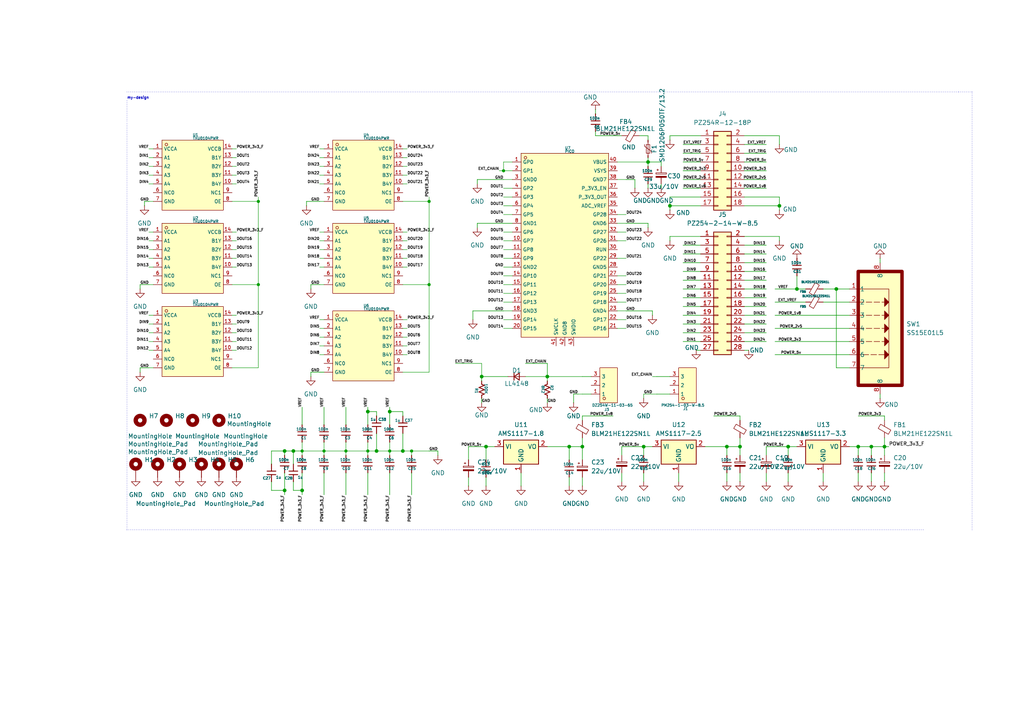
<source format=kicad_sch>
(kicad_sch (version 20250114) (generator "eeschema") (generator_version "9.0")
  (paper "A4")
  (lib_symbols
    (symbol "C2897385"
      (property "Reference" "J" (at 0 6.191 0))
      (property "Value" "C2897385" (at 0 5.191 0))
      (symbol "C2897385_1_0"
        (pin unspecified line (at -5.08 2.54 0) (length 2.54) (name "1") (number "1"))
        (pin unspecified line (at -5.08 0 0) (length 2.54) (name "2") (number "2"))
        (pin unspecified line (at -5.08 -2.54 0) (length 2.54) (name "3") (number "3"))
      )
    )
    (symbol "C2935928"
      (property "Reference" "J" (at 0 6.191 0))
      (property "Value" "C2935928" (at 0 5.191 0))
      (symbol "C2935928_1_0"
        (pin unspecified line (at -5.08 2.54 0) (length 2.54) (name "1") (number "1"))
        (pin unspecified line (at -5.08 0 0) (length 2.54) (name "2") (number "2"))
        (pin unspecified line (at -5.08 -2.54 0) (length 2.54) (name "3") (number "3"))
      )
    )
    (symbol "C2938871"
      (property "Reference" "U" (at 0 11.271 0))
      (property "Value" "C2938871" (at 0 10.271 0))
      (symbol "C2938871_1_0"
        (pin unspecified line (at -11.43 7.62 0) (length 2.54) (name "VCCA") (number "1"))
        (pin unspecified line (at -11.43 5.08 0) (length 2.54) (name "A1") (number "2"))
        (pin unspecified line (at -11.43 2.54 0) (length 2.54) (name "A2") (number "3"))
        (pin unspecified line (at -11.43 0 0) (length 2.54) (name "A3") (number "4"))
        (pin unspecified line (at -11.43 -2.54 0) (length 2.54) (name "A4") (number "5"))
        (pin unspecified line (at -11.43 -5.08 0) (length 2.54) (name "NC0") (number "6"))
        (pin unspecified line (at -11.43 -7.62 0) (length 2.54) (name "GND") (number "7"))
        (pin unspecified line (at 11.43 7.62 180) (length 2.54) (name "VCCB") (number "14"))
        (pin unspecified line (at 11.43 5.08 180) (length 2.54) (name "B1Y") (number "13"))
        (pin unspecified line (at 11.43 2.54 180) (length 2.54) (name "B2Y") (number "12"))
        (pin unspecified line (at 11.43 0 180) (length 2.54) (name "B3Y") (number "11"))
        (pin unspecified line (at 11.43 -2.54 180) (length 2.54) (name "B4Y") (number "10"))
        (pin unspecified line (at 11.43 -5.08 180) (length 2.54) (name "NC1") (number "9"))
        (pin unspecified line (at 11.43 -7.62 180) (length 2.54) (name "OE") (number "8"))
      )
    )
    (symbol "C2938871_1"
      (property "Reference" "U" (at 0 11.271 0))
      (property "Value" "C2938871_1" (at 0 10.271 0))
      (symbol "C2938871_1_1_0"
        (pin unspecified line (at -11.43 7.62 0) (length 2.54) (name "VCCA") (number "1"))
        (pin unspecified line (at -11.43 5.08 0) (length 2.54) (name "A1") (number "2"))
        (pin unspecified line (at -11.43 2.54 0) (length 2.54) (name "A2") (number "3"))
        (pin unspecified line (at -11.43 0 0) (length 2.54) (name "A3") (number "4"))
        (pin unspecified line (at -11.43 -2.54 0) (length 2.54) (name "A4") (number "5"))
        (pin unspecified line (at -11.43 -5.08 0) (length 2.54) (name "NC0") (number "6"))
        (pin unspecified line (at -11.43 -7.62 0) (length 2.54) (name "GND") (number "7"))
        (pin unspecified line (at 11.43 7.62 180) (length 2.54) (name "VCCB") (number "14"))
        (pin unspecified line (at 11.43 5.08 180) (length 2.54) (name "B1Y") (number "13"))
        (pin unspecified line (at 11.43 2.54 180) (length 2.54) (name "B2Y") (number "12"))
        (pin unspecified line (at 11.43 0 180) (length 2.54) (name "B3Y") (number "11"))
        (pin unspecified line (at 11.43 -2.54 180) (length 2.54) (name "B4Y") (number "10"))
        (pin unspecified line (at 11.43 -5.08 180) (length 2.54) (name "NC1") (number "9"))
        (pin unspecified line (at 11.43 -7.62 180) (length 2.54) (name "OE") (number "8"))
      )
    )
    (symbol "C2938871_2"
      (property "Reference" "U" (at 0 11.271 0))
      (property "Value" "C2938871_2" (at 0 10.271 0))
      (symbol "C2938871_2_1_0"
        (pin unspecified line (at -11.43 7.62 0) (length 2.54) (name "VCCA") (number "1"))
        (pin unspecified line (at -11.43 5.08 0) (length 2.54) (name "A1") (number "2"))
        (pin unspecified line (at -11.43 2.54 0) (length 2.54) (name "A2") (number "3"))
        (pin unspecified line (at -11.43 0 0) (length 2.54) (name "A3") (number "4"))
        (pin unspecified line (at -11.43 -2.54 0) (length 2.54) (name "A4") (number "5"))
        (pin unspecified line (at -11.43 -5.08 0) (length 2.54) (name "NC0") (number "6"))
        (pin unspecified line (at -11.43 -7.62 0) (length 2.54) (name "GND") (number "7"))
        (pin unspecified line (at 11.43 7.62 180) (length 2.54) (name "VCCB") (number "14"))
        (pin unspecified line (at 11.43 5.08 180) (length 2.54) (name "B1Y") (number "13"))
        (pin unspecified line (at 11.43 2.54 180) (length 2.54) (name "B2Y") (number "12"))
        (pin unspecified line (at 11.43 0 180) (length 2.54) (name "B3Y") (number "11"))
        (pin unspecified line (at 11.43 -2.54 180) (length 2.54) (name "B4Y") (number "10"))
        (pin unspecified line (at 11.43 -5.08 180) (length 2.54) (name "NC1") (number "9"))
        (pin unspecified line (at 11.43 -7.62 180) (length 2.54) (name "OE") (number "8"))
      )
    )
    (symbol "C2938871_3"
      (property "Reference" "U" (at 0 11.271 0))
      (property "Value" "C2938871_3" (at 0 10.271 0))
      (symbol "C2938871_3_1_0"
        (pin unspecified line (at -11.43 7.62 0) (length 2.54) (name "VCCA") (number "1"))
        (pin unspecified line (at -11.43 5.08 0) (length 2.54) (name "A1") (number "2"))
        (pin unspecified line (at -11.43 2.54 0) (length 2.54) (name "A2") (number "3"))
        (pin unspecified line (at -11.43 0 0) (length 2.54) (name "A3") (number "4"))
        (pin unspecified line (at -11.43 -2.54 0) (length 2.54) (name "A4") (number "5"))
        (pin unspecified line (at -11.43 -5.08 0) (length 2.54) (name "NC0") (number "6"))
        (pin unspecified line (at -11.43 -7.62 0) (length 2.54) (name "GND") (number "7"))
        (pin unspecified line (at 11.43 7.62 180) (length 2.54) (name "VCCB") (number "14"))
        (pin unspecified line (at 11.43 5.08 180) (length 2.54) (name "B1Y") (number "13"))
        (pin unspecified line (at 11.43 2.54 180) (length 2.54) (name "B2Y") (number "12"))
        (pin unspecified line (at 11.43 0 180) (length 2.54) (name "B3Y") (number "11"))
        (pin unspecified line (at 11.43 -2.54 180) (length 2.54) (name "B4Y") (number "10"))
        (pin unspecified line (at 11.43 -5.08 180) (length 2.54) (name "NC1") (number "9"))
        (pin unspecified line (at 11.43 -7.62 180) (length 2.54) (name "OE") (number "8"))
      )
    )
    (symbol "C2938871_4"
      (property "Reference" "U" (at 0 11.271 0))
      (property "Value" "C2938871_4" (at 0 10.271 0))
      (symbol "C2938871_4_1_0"
        (pin unspecified line (at -11.43 7.62 0) (length 2.54) (name "VCCA") (number "1"))
        (pin unspecified line (at -11.43 5.08 0) (length 2.54) (name "A1") (number "2"))
        (pin unspecified line (at -11.43 2.54 0) (length 2.54) (name "A2") (number "3"))
        (pin unspecified line (at -11.43 0 0) (length 2.54) (name "A3") (number "4"))
        (pin unspecified line (at -11.43 -2.54 0) (length 2.54) (name "A4") (number "5"))
        (pin unspecified line (at -11.43 -5.08 0) (length 2.54) (name "NC0") (number "6"))
        (pin unspecified line (at -11.43 -7.62 0) (length 2.54) (name "GND") (number "7"))
        (pin unspecified line (at 11.43 7.62 180) (length 2.54) (name "VCCB") (number "14"))
        (pin unspecified line (at 11.43 5.08 180) (length 2.54) (name "B1Y") (number "13"))
        (pin unspecified line (at 11.43 2.54 180) (length 2.54) (name "B2Y") (number "12"))
        (pin unspecified line (at 11.43 0 180) (length 2.54) (name "B3Y") (number "11"))
        (pin unspecified line (at 11.43 -2.54 180) (length 2.54) (name "B4Y") (number "10"))
        (pin unspecified line (at 11.43 -5.08 180) (length 2.54) (name "NC1") (number "9"))
        (pin unspecified line (at 11.43 -7.62 180) (length 2.54) (name "OE") (number "8"))
      )
    )
    (symbol "C2938871_5"
      (property "Reference" "U" (at 0 11.271 0))
      (property "Value" "C2938871_5" (at 0 10.271 0))
      (symbol "C2938871_5_1_0"
        (pin unspecified line (at -11.43 7.62 0) (length 2.54) (name "VCCA") (number "1"))
        (pin unspecified line (at -11.43 5.08 0) (length 2.54) (name "A1") (number "2"))
        (pin unspecified line (at -11.43 2.54 0) (length 2.54) (name "A2") (number "3"))
        (pin unspecified line (at -11.43 0 0) (length 2.54) (name "A3") (number "4"))
        (pin unspecified line (at -11.43 -2.54 0) (length 2.54) (name "A4") (number "5"))
        (pin unspecified line (at -11.43 -5.08 0) (length 2.54) (name "NC0") (number "6"))
        (pin unspecified line (at -11.43 -7.62 0) (length 2.54) (name "GND") (number "7"))
        (pin unspecified line (at 11.43 7.62 180) (length 2.54) (name "VCCB") (number "14"))
        (pin unspecified line (at 11.43 5.08 180) (length 2.54) (name "B1Y") (number "13"))
        (pin unspecified line (at 11.43 2.54 180) (length 2.54) (name "B2Y") (number "12"))
        (pin unspecified line (at 11.43 0 180) (length 2.54) (name "B3Y") (number "11"))
        (pin unspecified line (at 11.43 -2.54 180) (length 2.54) (name "B4Y") (number "10"))
        (pin unspecified line (at 11.43 -5.08 180) (length 2.54) (name "NC1") (number "9"))
        (pin unspecified line (at 11.43 -7.62 180) (length 2.54) (name "OE") (number "8"))
      )
    )
    (symbol "C7203002"
      (property "Reference" "U" (at 0 29.0511 0))
      (property "Value" "C7203002" (at 0 28.0511 0))
      (symbol "C7203002_1_0"
        (pin unspecified line (at -15.24 25.4 0) (length 2.54) (name "GP0") (number "1"))
        (pin unspecified line (at -15.24 22.86 0) (length 2.54) (name "GP1") (number "2"))
        (pin unspecified line (at -15.24 20.32 0) (length 2.54) (name "GND0") (number "3"))
        (pin unspecified line (at -15.24 17.78 0) (length 2.54) (name "GP2") (number "4"))
        (pin unspecified line (at -15.24 15.24 0) (length 2.54) (name "GP3") (number "5"))
        (pin unspecified line (at -15.24 12.7 0) (length 2.54) (name "GP4") (number "6"))
        (pin unspecified line (at -15.24 10.16 0) (length 2.54) (name "GP5") (number "7"))
        (pin unspecified line (at -15.24 7.62 0) (length 2.54) (name "GND1") (number "8"))
        (pin unspecified line (at -15.24 5.08 0) (length 2.54) (name "GP6") (number "9"))
        (pin unspecified line (at -15.24 2.54 0) (length 2.54) (name "GP7") (number "10"))
        (pin unspecified line (at -15.24 0 0) (length 2.54) (name "GP8") (number "11"))
        (pin unspecified line (at -15.24 -2.54 0) (length 2.54) (name "GP9") (number "12"))
        (pin unspecified line (at -15.24 -5.08 0) (length 2.54) (name "GND2") (number "13"))
        (pin unspecified line (at -15.24 -7.62 0) (length 2.54) (name "GP10") (number "14"))
        (pin unspecified line (at -15.24 -10.16 0) (length 2.54) (name "GP11") (number "15"))
        (pin unspecified line (at -15.24 -12.7 0) (length 2.54) (name "GP12") (number "16"))
        (pin unspecified line (at -15.24 -15.24 0) (length 2.54) (name "GP13") (number "17"))
        (pin unspecified line (at -15.24 -17.78 0) (length 2.54) (name "GND3") (number "18"))
        (pin unspecified line (at -15.24 -20.32 0) (length 2.54) (name "GP14") (number "19"))
        (pin unspecified line (at -15.24 -22.86 0) (length 2.54) (name "GP15") (number "20"))
        (pin unspecified line (at -2.54 -27.94 90) (length 2.54) (name "SWCLK") (number "41"))
        (pin unspecified line (at 0 -27.94 90) (length 2.54) (name "GND8") (number "42"))
        (pin unspecified line (at 2.54 -27.94 90) (length 2.54) (name "SWDIO") (number "43"))
        (pin unspecified line (at 15.24 25.4 180) (length 2.54) (name "VBUS") (number "40"))
        (pin unspecified line (at 15.24 22.86 180) (length 2.54) (name "VSYS") (number "39"))
        (pin unspecified line (at 15.24 20.32 180) (length 2.54) (name "GND7") (number "38"))
        (pin unspecified line (at 15.24 17.78 180) (length 2.54) (name "P_3V3_EN") (number "37"))
        (pin unspecified line (at 15.24 15.24 180) (length 2.54) (name "P_3V3_OUT") (number "36"))
        (pin unspecified line (at 15.24 12.7 180) (length 2.54) (name "ADC_VREF") (number "35"))
        (pin unspecified line (at 15.24 10.16 180) (length 2.54) (name "GP28") (number "34"))
        (pin unspecified line (at 15.24 7.62 180) (length 2.54) (name "GND6") (number "33"))
        (pin unspecified line (at 15.24 5.08 180) (length 2.54) (name "GP27") (number "32"))
        (pin unspecified line (at 15.24 2.54 180) (length 2.54) (name "GP26") (number "31"))
        (pin unspecified line (at 15.24 0 180) (length 2.54) (name "RUN") (number "30"))
        (pin unspecified line (at 15.24 -2.54 180) (length 2.54) (name "GP22") (number "29"))
        (pin unspecified line (at 15.24 -5.08 180) (length 2.54) (name "GND5") (number "28"))
        (pin unspecified line (at 15.24 -7.62 180) (length 2.54) (name "GP21") (number "27"))
        (pin unspecified line (at 15.24 -10.16 180) (length 2.54) (name "GP20") (number "26"))
        (pin unspecified line (at 15.24 -12.7 180) (length 2.54) (name "GP19") (number "25"))
        (pin unspecified line (at 15.24 -15.24 180) (length 2.54) (name "GP18") (number "24"))
        (pin unspecified line (at 15.24 -17.78 180) (length 2.54) (name "GND4") (number "23"))
        (pin unspecified line (at 15.24 -20.32 180) (length 2.54) (name "GP17") (number "22"))
        (pin unspecified line (at 15.24 -22.86 180) (length 2.54) (name "GP16") (number "21"))
      )
    )
    (symbol "Connector_Generic:Conn_02x09_Odd_Even" (pin_names (offset 1.016) (hide yes))
      (property "Reference" "J" (at 1.27 12.7 0))
      (property "Value" "Conn_02x09_Odd_Even" (at 1.27 -12.7 0))
      (symbol "Conn_02x09_Odd_Even_1_1"
        (pin passive line (at -5.08 10.16 0) (length 3.81) (name "Pin_1") (number "1"))
        (pin passive line (at -5.08 7.62 0) (length 3.81) (name "Pin_3") (number "3"))
        (pin passive line (at -5.08 5.08 0) (length 3.81) (name "Pin_5") (number "5"))
        (pin passive line (at -5.08 2.54 0) (length 3.81) (name "Pin_7") (number "7"))
        (pin passive line (at -5.08 0 0) (length 3.81) (name "Pin_9") (number "9"))
        (pin passive line (at -5.08 -2.54 0) (length 3.81) (name "Pin_11") (number "11"))
        (pin passive line (at -5.08 -5.08 0) (length 3.81) (name "Pin_13") (number "13"))
        (pin passive line (at -5.08 -7.62 0) (length 3.81) (name "Pin_15") (number "15"))
        (pin passive line (at -5.08 -10.16 0) (length 3.81) (name "Pin_17") (number "17"))
        (pin passive line (at 7.62 10.16 180) (length 3.81) (name "Pin_2") (number "2"))
        (pin passive line (at 7.62 7.62 180) (length 3.81) (name "Pin_4") (number "4"))
        (pin passive line (at 7.62 5.08 180) (length 3.81) (name "Pin_6") (number "6"))
        (pin passive line (at 7.62 2.54 180) (length 3.81) (name "Pin_8") (number "8"))
        (pin passive line (at 7.62 0 180) (length 3.81) (name "Pin_10") (number "10"))
        (pin passive line (at 7.62 -2.54 180) (length 3.81) (name "Pin_12") (number "12"))
        (pin passive line (at 7.62 -5.08 180) (length 3.81) (name "Pin_14") (number "14"))
        (pin passive line (at 7.62 -7.62 180) (length 3.81) (name "Pin_16") (number "16"))
        (pin passive line (at 7.62 -10.16 180) (length 3.81) (name "Pin_18") (number "18"))
      )
    )
    (symbol "Connector_Generic:Conn_02x14_Odd_Even" (pin_names (offset 1.016) (hide yes))
      (property "Reference" "J" (at 1.27 17.78 0))
      (property "Value" "Conn_02x14_Odd_Even" (at 1.27 -20.32 0))
      (symbol "Conn_02x14_Odd_Even_1_1"
        (pin passive line (at -5.08 15.24 0) (length 3.81) (name "Pin_1") (number "1"))
        (pin passive line (at -5.08 12.7 0) (length 3.81) (name "Pin_3") (number "3"))
        (pin passive line (at -5.08 10.16 0) (length 3.81) (name "Pin_5") (number "5"))
        (pin passive line (at -5.08 7.62 0) (length 3.81) (name "Pin_7") (number "7"))
        (pin passive line (at -5.08 5.08 0) (length 3.81) (name "Pin_9") (number "9"))
        (pin passive line (at -5.08 2.54 0) (length 3.81) (name "Pin_11") (number "11"))
        (pin passive line (at -5.08 0 0) (length 3.81) (name "Pin_13") (number "13"))
        (pin passive line (at -5.08 -2.54 0) (length 3.81) (name "Pin_15") (number "15"))
        (pin passive line (at -5.08 -5.08 0) (length 3.81) (name "Pin_17") (number "17"))
        (pin passive line (at -5.08 -7.62 0) (length 3.81) (name "Pin_19") (number "19"))
        (pin passive line (at -5.08 -10.16 0) (length 3.81) (name "Pin_21") (number "21"))
        (pin passive line (at -5.08 -12.7 0) (length 3.81) (name "Pin_23") (number "23"))
        (pin passive line (at -5.08 -15.24 0) (length 3.81) (name "Pin_25") (number "25"))
        (pin passive line (at -5.08 -17.78 0) (length 3.81) (name "Pin_27") (number "27"))
        (pin passive line (at 7.62 15.24 180) (length 3.81) (name "Pin_2") (number "2"))
        (pin passive line (at 7.62 12.7 180) (length 3.81) (name "Pin_4") (number "4"))
        (pin passive line (at 7.62 10.16 180) (length 3.81) (name "Pin_6") (number "6"))
        (pin passive line (at 7.62 7.62 180) (length 3.81) (name "Pin_8") (number "8"))
        (pin passive line (at 7.62 5.08 180) (length 3.81) (name "Pin_10") (number "10"))
        (pin passive line (at 7.62 2.54 180) (length 3.81) (name "Pin_12") (number "12"))
        (pin passive line (at 7.62 0 180) (length 3.81) (name "Pin_14") (number "14"))
        (pin passive line (at 7.62 -2.54 180) (length 3.81) (name "Pin_16") (number "16"))
        (pin passive line (at 7.62 -5.08 180) (length 3.81) (name "Pin_18") (number "18"))
        (pin passive line (at 7.62 -7.62 180) (length 3.81) (name "Pin_20") (number "20"))
        (pin passive line (at 7.62 -10.16 180) (length 3.81) (name "Pin_22") (number "22"))
        (pin passive line (at 7.62 -12.7 180) (length 3.81) (name "Pin_24") (number "24"))
        (pin passive line (at 7.62 -15.24 180) (length 3.81) (name "Pin_26") (number "26"))
        (pin passive line (at 7.62 -17.78 180) (length 3.81) (name "Pin_28") (number "28"))
      )
    )
    (symbol "Device:C_Polarized_Small" (pin_numbers (hide yes)) (pin_names (offset 0.254) (hide yes))
      (property "Reference" "C" (at 0.254 1.778 0))
      (property "Value" "C_Polarized_Small" (at 0.254 -2.032 0))
      (symbol "C_Polarized_Small_1_1"
        (pin passive line (at 0 2.54 270) (length 1.8542) (name "~") (number "1"))
        (pin passive line (at 0 -2.54 90) (length 1.8542) (name "~") (number "2"))
      )
    )
    (symbol "Device:D_Small" (pin_numbers (hide yes)) (pin_names (offset 0.254) (hide yes))
      (property "Reference" "D" (at -1.27 2.032 0))
      (property "Value" "D_Small" (at -3.81 -2.032 0))
      (symbol "D_Small_1_1"
        (pin passive line (at -2.54 0 0) (length 1.778) (name "K") (number "1"))
        (pin passive line (at 2.54 0 180) (length 1.778) (name "A") (number "2"))
      )
    )
    (symbol "Device:FerriteBead_Small" (pin_numbers (hide yes)) (pin_names (offset 0))
      (property "Reference" "FB" (at 1.905 1.27 0))
      (property "Value" "FerriteBead_Small" (at 1.905 -1.27 0))
      (symbol "FerriteBead_Small_1_1"
        (pin passive line (at 0 2.54 270) (length 1.27) (name "~") (number "1"))
        (pin passive line (at 0 -2.54 90) (length 1.27) (name "~") (number "2"))
      )
    )
    (symbol "Device:Polyfuse_Small" (pin_numbers (hide yes)) (pin_names (offset 0))
      (property "Reference" "F" (at -1.905 0 90))
      (property "Value" "Polyfuse_Small" (at 1.905 0 90))
      (symbol "Polyfuse_Small_1_1"
        (pin passive line (at 0 2.54 270) (length 0.635) (name "~") (number "1"))
        (pin passive line (at 0 -2.54 90) (length 0.635) (name "~") (number "2"))
      )
    )
    (symbol "Mechanical:MountingHole" (pin_names (offset 1.016)) (in_bom no)
      (property "Reference" "H" (at 0 5.08 0))
      (property "Value" "MountingHole" (at 0 3.175 0))
    )
    (symbol "Mechanical:MountingHole_Pad" (pin_numbers (hide yes)) (pin_names (offset 1.016) (hide yes)) (in_bom no)
      (property "Reference" "H" (at 0 6.35 0))
      (property "Value" "MountingHole_Pad" (at 0 4.445 0))
      (symbol "MountingHole_Pad_1_1"
        (pin input line (at 0 -2.54 90) (length 2.54) (name "1") (number "1"))
      )
    )
    (symbol "Przelaczniki:SS15E01L5"
      (property "Reference" "SW" (at 0 5.334 0))
      (symbol "SS15E01L5_1_1"
        (pin passive line (at -17.78 1.27 0) (length 2.54) (name "8") (number "8"))
        (pin passive line (at -10.16 -7.62 90) (length 2.54) (name "1") (number "1"))
        (pin passive line (at -6.35 -7.62 90) (length 2.54) (name "2") (number "2"))
        (pin passive line (at -2.54 -7.62 90) (length 2.54) (name "3") (number "3"))
        (pin passive line (at 1.27 -7.62 90) (length 2.54) (name "4") (number "4"))
        (pin passive line (at 5.08 -7.62 90) (length 2.54) (name "5") (number "5"))
        (pin passive line (at 8.89 -7.62 90) (length 2.54) (name "6") (number "6"))
        (pin passive line (at 12.7 -7.62 90) (length 2.54) (name "7") (number "7"))
        (pin passive line (at 20.32 1.27 180) (length 2.54) (name "8") (number "8"))
      )
    )
    (symbol "Regulator_Linear:AMS1117-1.8"
      (property "Reference" "U" (at -3.81 3.175 0))
      (property "Value" "AMS1117-1.8" (at 0 3.175 0))
      (symbol "AMS1117-1.8_1_1"
        (pin power_in line (at -7.62 0 0) (length 2.54) (name "VI") (number "3"))
        (pin power_in line (at 0 -7.62 90) (length 2.54) (name "GND") (number "1"))
        (pin power_out line (at 7.62 0 180) (length 2.54) (name "VO") (number "2"))
      )
    )
    (symbol "Regulator_Linear:AMS1117-2.5"
      (property "Reference" "U" (at -3.81 3.175 0))
      (property "Value" "AMS1117-2.5" (at 0 3.175 0))
      (symbol "AMS1117-2.5_1_1"
        (pin power_in line (at -7.62 0 0) (length 2.54) (name "VI") (number "3"))
        (pin power_in line (at 0 -7.62 90) (length 2.54) (name "GND") (number "1"))
        (pin power_out line (at 7.62 0 180) (length 2.54) (name "VO") (number "2"))
      )
    )
    (symbol "Regulator_Linear:AMS1117-3.3"
      (property "Reference" "U" (at -3.81 3.175 0))
      (property "Value" "AMS1117-3.3" (at 0 3.175 0))
      (symbol "AMS1117-3.3_1_1"
        (pin power_in line (at -7.62 0 0) (length 2.54) (name "VI") (number "3"))
        (pin power_in line (at 0 -7.62 90) (length 2.54) (name "GND") (number "1"))
        (pin power_out line (at 7.62 0 180) (length 2.54) (name "VO") (number "2"))
      )
    )
    (symbol "my_capacitor_11"
      (property "Reference" "C" (at 1.27 1.27 0))
      (property "Value" "my_capacitor_11" (at 1.27 -1.27 0))
      (symbol "my_capacitor_11_1_0"
        (pin unspecified line (at 0 2.54 270) (length 0) (name "1") (number "1"))
        (pin unspecified line (at 0 -2.54 90) (length 0) (name "2") (number "2"))
      )
    )
    (symbol "my_capacitor_2"
      (property "Reference" "C" (at 1.27 1.27 0))
      (property "Value" "my_capacitor_2" (at 1.27 -1.27 0))
      (symbol "my_capacitor_2_1_0"
        (pin unspecified line (at 0 2.54 270) (length 0) (name "1") (number "1"))
        (pin unspecified line (at 0 -2.54 90) (length 0) (name "2") (number "2"))
      )
    )
    (symbol "my_capacitor_7"
      (property "Reference" "C" (at 1.27 1.27 0))
      (property "Value" "my_capacitor_7" (at 1.27 -1.27 0))
      (symbol "my_capacitor_7_1_0"
        (pin unspecified line (at 0 2.54 270) (length 0) (name "1") (number "1"))
        (pin unspecified line (at 0 -2.54 90) (length 0) (name "2") (number "2"))
      )
    )
    (symbol "my_resistor"
      (property "Reference" "R" (at 1.27 1.27 0))
      (property "Value" "my_resistor" (at 1.27 -1.27 0))
      (symbol "my_resistor_1_0"
        (pin unspecified line (at 0 2.54 270) (length 0) (name "1") (number "1"))
        (pin unspecified line (at 0 -2.54 90) (length 0) (name "2") (number "2"))
      )
    )
    (symbol "my_resistor_1"
      (property "Reference" "R" (at 1.27 1.27 0))
      (property "Value" "my_resistor_1" (at 1.27 -1.27 0))
      (symbol "my_resistor_1_1_0"
        (pin unspecified line (at 0 2.54 270) (length 0) (name "1") (number "1"))
        (pin unspecified line (at 0 -2.54 90) (length 0) (name "2") (number "2"))
      )
    )
    (symbol "power:GND" (power) (pin_numbers (hide yes)) (pin_names (offset 0) (hide yes))
      (property "Value" "GND" (at 0 -3.81 0))
      (symbol "GND_1_1"
        (pin power_in line (at 0 0 270) (length 0) (name "~") (number "1"))
      )
    )
  )
  (text "my-design" (at 36.83 28.956 0) (effects (font (size 0.762 0.762)) (justify left bottom)))
  (junction (at 139.7 109.22))
  (junction (at 106.68 130.81) (diameter 0.762))
  (junction (at 140.97 129.54))
  (junction (at 210.82 129.54))
  (junction (at 146.05 49.53) (diameter 0.762))
  (junction (at 158.75 109.22))
  (junction (at 187.96 46.99))
  (junction (at 226.06 59.69))
  (junction (at 109.22 130.81))
  (junction (at 100.33 130.81) (diameter 0.762))
  (junction (at 82.55 130.81))
  (junction (at 214.63 129.54))
  (junction (at 194.31 59.69))
  (junction (at 119.38 130.81) (diameter 0.762))
  (junction (at 85.09 130.81))
  (junction (at 124.46 82.55) (diameter 0.762))
  (junction (at 186.69 129.54))
  (junction (at 252.73 129.54))
  (junction (at 168.91 129.54))
  (junction (at 74.93 58.42) (diameter 0.762))
  (junction (at 248.92 129.54))
  (junction (at 228.6 129.54))
  (junction (at 242.57 83.82))
  (junction (at 113.03 130.81) (diameter 0.762))
  (junction (at 165.1 129.54))
  (junction (at 93.98 130.81) (diameter 0.762))
  (junction (at 124.46 58.42) (diameter 0.762))
  (junction (at 106.68 119.38))
  (junction (at 116.84 130.81))
  (junction (at 87.63 142.24))
  (junction (at 256.54 129.54))
  (junction (at 74.93 82.55) (diameter 0.762))
  (junction (at 87.63 130.81) (diameter 0.762))
  (junction (at 231.14 83.82))
  (junction (at 113.03 119.38))
  (junction (at 82.55 142.24))
  (wire (pts (xy 198.12 49.53) (xy 203.2 49.53)))
  (wire (pts (xy 146.05 74.93) (xy 148.59 74.93)) (stroke (width 0.127)))
  (wire (pts (xy 43.18 93.98) (xy 44.45 93.98)) (stroke (width 0.127)))
  (wire (pts (xy 217.17 101.6) (xy 215.9 101.6)))
  (wire (pts (xy 67.31 50.8) (xy 68.58 50.8)) (stroke (width 0.127)))
  (wire (pts (xy 116.84 48.26) (xy 118.11 48.26)) (stroke (width 0.127)))
  (wire (pts (xy 124.46 107.95) (xy 124.46 82.55)) (stroke (width 0.127)))
  (wire (pts (xy 74.93 106.68) (xy 74.93 82.55)) (stroke (width 0.127)))
  (wire (pts (xy 222.25 129.54) (xy 228.6 129.54)))
  (wire (pts (xy 116.84 72.39) (xy 118.11 72.39)) (stroke (width 0.127)))
  (wire (pts (xy 198.12 41.91) (xy 203.2 41.91)))
  (wire (pts (xy 92.71 72.39) (xy 93.98 72.39)) (stroke (width 0.127)))
  (wire (pts (xy 224.79 83.82) (xy 231.14 83.82)))
  (wire (pts (xy 248.92 129.54) (xy 248.92 132.08)))
  (wire (pts (xy 135.89 133.35) (xy 135.89 129.54)))
  (wire (pts (xy 215.9 44.45) (xy 222.25 44.45)))
  (wire (pts (xy 74.93 82.55) (xy 74.93 58.42)) (stroke (width 0.127)))
  (wire (pts (xy 191.77 46.99) (xy 187.96 46.99)))
  (wire (pts (xy 146.05 67.31) (xy 148.59 67.31)) (stroke (width 0.127)))
  (wire (pts (xy 198.12 88.9) (xy 203.2 88.9)))
  (wire (pts (xy 210.82 132.08) (xy 210.82 129.54)))
  (wire (pts (xy 215.9 71.12) (xy 222.25 71.12)))
  (wire (pts (xy 152.4 105.41) (xy 158.75 105.41)))
  (wire (pts (xy 92.71 100.33) (xy 93.98 100.33)) (stroke (width 0.127)))
  (wire (pts (xy 146.05 82.55) (xy 148.59 82.55)) (stroke (width 0.127)))
  (wire (pts (xy 119.38 132.08) (xy 119.38 130.81)) (stroke (width 0.127)))
  (wire (pts (xy 92.71 102.87) (xy 93.98 102.87)) (stroke (width 0.127)))
  (wire (pts (xy 198.12 46.99) (xy 203.2 46.99)))
  (wire (pts (xy 78.74 134.62) (xy 78.74 130.81)))
  (wire (pts (xy 226.06 41.91) (xy 226.06 39.37)))
  (wire (pts (xy 172.72 31.75) (xy 172.72 33.02)))
  (wire (pts (xy 146.05 59.69) (xy 148.59 59.69)) (stroke (width 0.127)))
  (wire (pts (xy 168.91 109.22) (xy 171.45 109.22)))
  (wire (pts (xy 224.79 91.44) (xy 246.38 91.44)))
  (wire (pts (xy 67.31 74.93) (xy 68.58 74.93)) (stroke (width 0.127)))
  (wire (pts (xy 92.71 58.42) (xy 93.98 58.42)) (stroke (width 0.127)))
  (wire (pts (xy 124.46 82.55) (xy 124.46 58.42)) (stroke (width 0.127)))
  (wire (pts (xy 93.98 130.81) (xy 93.98 128.27)) (stroke (width 0.127)))
  (wire (pts (xy 146.05 80.01) (xy 148.59 80.01)) (stroke (width 0.127)))
  (wire (pts (xy 146.05 72.39) (xy 148.59 72.39)) (stroke (width 0.127)))
  (wire (pts (xy 113.03 118.11) (xy 113.03 119.38)))
  (wire (pts (xy 82.55 143.51) (xy 82.55 142.24)))
  (wire (pts (xy 116.84 130.81) (xy 119.38 130.81)) (stroke (width 0.127)))
  (wire (pts (xy 198.12 81.28) (xy 203.2 81.28)))
  (wire (pts (xy 132.08 105.41) (xy 139.7 105.41)) (stroke (width 0.127)))
  (wire (pts (xy 168.91 138.43) (xy 168.91 140.97)))
  (wire (pts (xy 179.07 52.07) (xy 181.61 52.07)) (stroke (width 0.127)))
  (wire (pts (xy 168.91 120.65) (xy 177.8 120.65)))
  (wire (pts (xy 179.07 80.01) (xy 181.61 80.01)) (stroke (width 0.127)))
  (wire (pts (xy 194.31 68.58) (xy 203.2 68.58)))
  (wire (pts (xy 78.74 130.81) (xy 82.55 130.81)))
  (wire (pts (xy 187.96 53.34) (xy 187.96 54.61)))
  (wire (pts (xy 92.71 50.8) (xy 93.98 50.8)) (stroke (width 0.127)))
  (wire (pts (xy 41.91 59.69) (xy 41.91 58.42)))
  (wire (pts (xy 158.75 129.54) (xy 165.1 129.54)))
  (wire (pts (xy 215.9 49.53) (xy 222.25 49.53)))
  (wire (pts (xy 187.96 46.99) (xy 187.96 48.26)))
  (wire (pts (xy 92.71 95.25) (xy 93.98 95.25)) (stroke (width 0.127)))
  (wire (pts (xy 158.75 109.22) (xy 168.91 109.22)) (stroke (width 0.127)))
  (wire (pts (xy 215.9 52.07) (xy 222.25 52.07)))
  (wire (pts (xy 186.69 132.08) (xy 186.69 129.54)))
  (wire (pts (xy 228.6 137.16) (xy 228.6 139.7)))
  (wire (pts (xy 43.18 101.6) (xy 44.45 101.6)) (stroke (width 0.127)))
  (wire (pts (xy 113.03 130.81) (xy 116.84 130.81)) (stroke (width 0.127)))
  (wire (pts (xy 119.38 137.16) (xy 119.38 143.51)))
  (wire (pts (xy 67.31 72.39) (xy 68.58 72.39)) (stroke (width 0.127)))
  (wire (pts (xy 93.98 118.11) (xy 93.98 123.19)))
  (wire (pts (xy 179.07 92.71) (xy 181.61 92.71)) (stroke (width 0.127)))
  (wire (pts (xy 92.71 67.31) (xy 93.98 67.31)) (stroke (width 0.127)))
  (wire (pts (xy 190.5 109.22) (xy 194.31 109.22)))
  (wire (pts (xy 146.05 69.85) (xy 148.59 69.85)) (stroke (width 0.127)))
  (wire (pts (xy 146.05 52.07) (xy 148.59 52.07)) (stroke (width 0.127)))
  (wire (pts (xy 194.31 57.15) (xy 194.31 59.69)))
  (polyline (pts (xy 278.13 26.67) (xy 281.94 26.67)) (stroke (width 0.127) (type dot)))
  (wire (pts (xy 198.12 78.74) (xy 203.2 78.74)))
  (wire (pts (xy 43.18 50.8) (xy 44.45 50.8)) (stroke (width 0.127)))
  (wire (pts (xy 256.54 121.92) (xy 256.54 120.65)))
  (wire (pts (xy 116.84 95.25) (xy 118.11 95.25)) (stroke (width 0.127)))
  (wire (pts (xy 166.37 114.3) (xy 167.64 114.3)))
  (wire (pts (xy 135.89 138.43) (xy 135.89 140.97)))
  (wire (pts (xy 138.43 53.34) (xy 138.43 52.07)))
  (wire (pts (xy 187.96 64.77) (xy 181.61 64.77)))
  (wire (pts (xy 231.14 83.82) (xy 231.14 80.01)))
  (wire (pts (xy 198.12 76.2) (xy 203.2 76.2)))
  (wire (pts (xy 40.64 106.68) (xy 43.18 106.68)))
  (wire (pts (xy 198.12 99.06) (xy 203.2 99.06)))
  (wire (pts (xy 242.57 83.82) (xy 246.38 83.82)))
  (polyline (pts (xy 36.83 153.67) (xy 267.97 153.67)) (stroke (width 0.127) (type dot)))
  (wire (pts (xy 222.25 137.16) (xy 222.25 139.7)))
  (wire (pts (xy 137.16 92.71) (xy 137.16 90.17)))
  (wire (pts (xy 179.07 90.17) (xy 181.61 90.17)) (stroke (width 0.127)))
  (wire (pts (xy 92.71 82.55) (xy 93.98 82.55)) (stroke (width 0.127)))
  (wire (pts (xy 194.31 60.96) (xy 194.31 59.69)))
  (wire (pts (xy 40.64 83.82) (xy 40.64 82.55)))
  (wire (pts (xy 113.03 119.38) (xy 116.84 119.38)))
  (wire (pts (xy 224.79 87.63) (xy 233.68 87.63)))
  (wire (pts (xy 215.9 88.9) (xy 222.25 88.9)))
  (wire (pts (xy 168.91 133.35) (xy 168.91 129.54)))
  (wire (pts (xy 190.5 114.3) (xy 194.31 114.3)))
  (wire (pts (xy 179.07 82.55) (xy 181.61 82.55)) (stroke (width 0.127)))
  (wire (pts (xy 191.77 53.34) (xy 191.77 54.61)))
  (wire (pts (xy 198.12 54.61) (xy 203.2 54.61)))
  (wire (pts (xy 139.7 109.22) (xy 139.7 105.41)) (stroke (width 0.127)))
  (wire (pts (xy 100.33 130.81) (xy 106.68 130.81)) (stroke (width 0.127)))
  (wire (pts (xy 198.12 83.82) (xy 203.2 83.82)))
  (wire (pts (xy 215.9 78.74) (xy 222.25 78.74)))
  (wire (pts (xy 140.97 133.35) (xy 140.97 129.54)))
  (wire (pts (xy 252.73 137.16) (xy 252.73 139.7)))
  (wire (pts (xy 113.03 119.38) (xy 113.03 123.19)))
  (wire (pts (xy 67.31 48.26) (xy 68.58 48.26)) (stroke (width 0.127)))
  (wire (pts (xy 127 130.81) (xy 124.46 130.81)))
  (wire (pts (xy 92.71 48.26) (xy 93.98 48.26)) (stroke (width 0.127)))
  (wire (pts (xy 181.61 52.07) (xy 184.15 52.07)))
  (wire (pts (xy 238.76 83.82) (xy 242.57 83.82)))
  (wire (pts (xy 109.22 120.65) (xy 109.22 119.38)))
  (wire (pts (xy 100.33 130.81) (xy 100.33 128.27)) (stroke (width 0.127)))
  (wire (pts (xy 158.75 109.22) (xy 158.75 110.49)) (stroke (width 0.127)))
  (wire (pts (xy 186.69 114.3) (xy 190.5 114.3)) (stroke (width 0.127)))
  (wire (pts (xy 226.06 60.96) (xy 226.06 59.69)))
  (wire (pts (xy 255.27 74.93) (xy 255.27 76.2)))
  (wire (pts (xy 152.4 109.22) (xy 158.75 109.22)) (stroke (width 0.127)))
  (wire (pts (xy 116.84 74.93) (xy 118.11 74.93)) (stroke (width 0.127)))
  (wire (pts (xy 187.96 45.72) (xy 187.96 46.99)))
  (wire (pts (xy 92.71 77.47) (xy 93.98 77.47)) (stroke (width 0.127)))
  (wire (pts (xy 85.09 139.7) (xy 85.09 142.24)))
  (wire (pts (xy 228.6 129.54) (xy 228.6 132.08)))
  (wire (pts (xy 194.31 39.37) (xy 194.31 40.64)))
  (wire (pts (xy 168.91 127) (xy 168.91 129.54)))
  (wire (pts (xy 179.07 62.23) (xy 181.61 62.23)) (stroke (width 0.127)))
  (wire (pts (xy 43.18 48.26) (xy 44.45 48.26)) (stroke (width 0.127)))
  (wire (pts (xy 179.07 64.77) (xy 181.61 64.77)) (stroke (width 0.127)))
  (wire (pts (xy 146.05 77.47) (xy 148.59 77.47)) (stroke (width 0.127)))
  (wire (pts (xy 246.38 106.68) (xy 242.57 106.68)))
  (wire (pts (xy 106.68 130.81) (xy 106.68 128.27)) (stroke (width 0.127)))
  (wire (pts (xy 186.69 137.16) (xy 186.69 139.7)))
  (wire (pts (xy 179.07 87.63) (xy 181.61 87.63)) (stroke (width 0.127)))
  (wire (pts (xy 252.73 129.54) (xy 252.73 132.08)))
  (wire (pts (xy 215.9 86.36) (xy 222.25 86.36)))
  (wire (pts (xy 116.84 107.95) (xy 124.46 107.95)) (stroke (width 0.127)))
  (polyline (pts (xy 36.83 153.67) (xy 36.83 35.56)) (stroke (width 0.127) (type dot)))
  (wire (pts (xy 179.07 95.25) (xy 181.61 95.25)) (stroke (width 0.127)))
  (wire (pts (xy 246.38 129.54) (xy 248.92 129.54)))
  (wire (pts (xy 116.84 92.71) (xy 118.11 92.71)) (stroke (width 0.127)))
  (wire (pts (xy 43.18 82.55) (xy 44.45 82.55)) (stroke (width 0.127)))
  (wire (pts (xy 168.91 114.3) (xy 171.45 114.3)))
  (wire (pts (xy 138.43 64.77) (xy 148.59 64.77)))
  (wire (pts (xy 140.97 129.54) (xy 143.51 129.54)))
  (wire (pts (xy 233.68 83.82) (xy 231.14 83.82)))
  (wire (pts (xy 85.09 142.24) (xy 87.63 142.24)))
  (wire (pts (xy 92.71 92.71) (xy 93.98 92.71)) (stroke (width 0.127)))
  (wire (pts (xy 198.12 71.12) (xy 203.2 71.12)))
  (wire (pts (xy 116.84 125.73) (xy 116.84 130.81)))
  (wire (pts (xy 109.22 125.73) (xy 109.22 130.81)))
  (wire (pts (xy 82.55 132.08) (xy 82.55 130.81)))
  (wire (pts (xy 82.55 142.24) (xy 82.55 137.16)))
  (wire (pts (xy 172.72 39.37) (xy 180.34 39.37)))
  (wire (pts (xy 67.31 91.44) (xy 68.58 91.44)) (stroke (width 0.127)))
  (wire (pts (xy 43.18 58.42) (xy 44.45 58.42)) (stroke (width 0.127)))
  (wire (pts (xy 67.31 67.31) (xy 68.58 67.31)) (stroke (width 0.127)))
  (wire (pts (xy 88.9 58.42) (xy 92.71 58.42)))
  (wire (pts (xy 179.07 46.99) (xy 187.96 46.99)) (stroke (width 0.127)))
  (wire (pts (xy 146.05 87.63) (xy 148.59 87.63)) (stroke (width 0.127)))
  (wire (pts (xy 256.54 129.54) (xy 257.81 129.54)))
  (wire (pts (xy 256.54 137.16) (xy 256.54 139.7)))
  (wire (pts (xy 194.31 57.15) (xy 203.2 57.15)))
  (wire (pts (xy 214.63 132.08) (xy 214.63 129.54)))
  (wire (pts (xy 215.9 54.61) (xy 222.25 54.61)))
  (wire (pts (xy 215.9 57.15) (xy 226.06 57.15)))
  (wire (pts (xy 116.84 69.85) (xy 118.11 69.85)) (stroke (width 0.127)))
  (wire (pts (xy 181.61 90.17) (xy 189.23 90.17)))
  (wire (pts (xy 116.84 82.55) (xy 124.46 82.55)) (stroke (width 0.127)))
  (wire (pts (xy 146.05 62.23) (xy 148.59 62.23)) (stroke (width 0.127)))
  (wire (pts (xy 100.33 118.11) (xy 100.33 123.19)))
  (wire (pts (xy 67.31 82.55) (xy 74.93 82.55)) (stroke (width 0.127)))
  (wire (pts (xy 93.98 132.08) (xy 93.98 130.81)) (stroke (width 0.127)))
  (wire (pts (xy 139.7 115.57) (xy 139.7 116.84)))
  (wire (pts (xy 90.17 107.95) (xy 93.98 107.95)))
  (wire (pts (xy 43.18 67.31) (xy 44.45 67.31)) (stroke (width 0.127)))
  (wire (pts (xy 146.05 49.53) (xy 146.05 46.99)) (stroke (width 0.127)))
  (wire (pts (xy 146.05 85.09) (xy 148.59 85.09)) (stroke (width 0.127)))
  (wire (pts (xy 135.89 129.54) (xy 140.97 129.54)))
  (wire (pts (xy 215.9 93.98) (xy 222.25 93.98)))
  (wire (pts (xy 214.63 129.54) (xy 210.82 129.54)))
  (wire (pts (xy 119.38 130.81) (xy 124.46 130.81)) (stroke (width 0.127)))
  (wire (pts (xy 198.12 91.44) (xy 203.2 91.44)))
  (wire (pts (xy 215.9 41.91) (xy 222.25 41.91)))
  (wire (pts (xy 67.31 58.42) (xy 74.93 58.42)) (stroke (width 0.127)))
  (wire (pts (xy 224.79 102.87) (xy 246.38 102.87)))
  (wire (pts (xy 214.63 137.16) (xy 214.63 139.7)))
  (wire (pts (xy 116.84 97.79) (xy 118.11 97.79)) (stroke (width 0.127)))
  (wire (pts (xy 43.18 72.39) (xy 44.45 72.39)) (stroke (width 0.127)))
  (polyline (pts (xy 281.94 153.67) (xy 281.94 26.67)) (stroke (width 0.127) (type dot)))
  (wire (pts (xy 85.09 130.81) (xy 85.09 134.62)))
  (wire (pts (xy 168.91 129.54) (xy 165.1 129.54)))
  (wire (pts (xy 124.46 58.42) (xy 124.46 57.15)) (stroke (width 0.127)))
  (wire (pts (xy 180.34 132.08) (xy 180.34 129.54)))
  (wire (pts (xy 113.03 130.81) (xy 113.03 128.27)) (stroke (width 0.127)))
  (wire (pts (xy 146.05 54.61) (xy 148.59 54.61)) (stroke (width 0.127)))
  (wire (pts (xy 214.63 121.92) (xy 214.63 120.65)))
  (wire (pts (xy 158.75 105.41) (xy 158.75 109.22)))
  (wire (pts (xy 106.68 118.11) (xy 106.68 119.38)))
  (wire (pts (xy 87.63 130.81) (xy 87.63 128.27)) (stroke (width 0.127)))
  (wire (pts (xy 198.12 73.66) (xy 203.2 73.66)))
  (wire (pts (xy 198.12 93.98) (xy 203.2 93.98)))
  (wire (pts (xy 238.76 137.16) (xy 238.76 139.7)))
  (wire (pts (xy 146.05 92.71) (xy 148.59 92.71)) (stroke (width 0.127)))
  (wire (pts (xy 242.57 83.82) (xy 242.57 106.68)))
  (wire (pts (xy 168.91 121.92) (xy 168.91 120.65)))
  (wire (pts (xy 146.05 90.17) (xy 148.59 90.17)) (stroke (width 0.127)))
  (wire (pts (xy 158.75 116.84) (xy 158.75 115.57)))
  (wire (pts (xy 116.84 50.8) (xy 118.11 50.8)) (stroke (width 0.127)))
  (polyline (pts (xy 36.83 29.21) (xy 36.83 35.56)) (stroke (width 0.127) (type dot)))
  (wire (pts (xy 43.18 53.34) (xy 44.45 53.34)) (stroke (width 0.127)))
  (wire (pts (xy 146.05 95.25) (xy 148.59 95.25)) (stroke (width 0.127)))
  (wire (pts (xy 215.9 59.69) (xy 226.06 59.69)))
  (wire (pts (xy 40.64 82.55) (xy 43.18 82.55)))
  (wire (pts (xy 116.84 53.34) (xy 118.11 53.34)) (stroke (width 0.127)))
  (wire (pts (xy 147.32 109.22) (xy 139.7 109.22)))
  (wire (pts (xy 92.71 45.72) (xy 93.98 45.72)) (stroke (width 0.127)))
  (wire (pts (xy 87.63 132.08) (xy 87.63 130.81)) (stroke (width 0.127)))
  (wire (pts (xy 41.91 58.42) (xy 43.18 58.42)))
  (wire (pts (xy 226.06 39.37) (xy 215.9 39.37)))
  (wire (pts (xy 224.79 99.06) (xy 246.38 99.06)))
  (wire (pts (xy 106.68 132.08) (xy 106.68 130.81)) (stroke (width 0.127)))
  (wire (pts (xy 116.84 100.33) (xy 118.11 100.33)) (stroke (width 0.127)))
  (wire (pts (xy 191.77 48.26) (xy 191.77 46.99)))
  (wire (pts (xy 238.76 87.63) (xy 246.38 87.63)))
  (wire (pts (xy 214.63 120.65) (xy 207.01 120.65)))
  (wire (pts (xy 194.31 59.69) (xy 203.2 59.69)))
  (wire (pts (xy 87.63 143.51) (xy 87.63 142.24)))
  (wire (pts (xy 215.9 83.82) (xy 222.25 83.82)))
  (wire (pts (xy 210.82 129.54) (xy 204.47 129.54)))
  (wire (pts (xy 78.74 142.24) (xy 82.55 142.24)))
  (wire (pts (xy 106.68 119.38) (xy 109.22 119.38)))
  (wire (pts (xy 138.43 66.04) (xy 138.43 64.77)))
  (wire (pts (xy 187.96 40.64) (xy 187.96 39.37)))
  (wire (pts (xy 201.93 101.6) (xy 203.2 101.6)))
  (wire (pts (xy 93.98 130.81) (xy 100.33 130.81)) (stroke (width 0.127)))
  (wire (pts (xy 127 132.08) (xy 127 130.81)))
  (wire (pts (xy 43.18 91.44) (xy 44.45 91.44)) (stroke (width 0.127)))
  (wire (pts (xy 92.71 74.93) (xy 93.98 74.93)) (stroke (width 0.127)))
  (wire (pts (xy 67.31 99.06) (xy 68.58 99.06)) (stroke (width 0.127)))
  (wire (pts (xy 179.07 67.31) (xy 181.61 67.31)) (stroke (width 0.127)))
  (wire (pts (xy 92.71 43.18) (xy 93.98 43.18)) (stroke (width 0.127)))
  (wire (pts (xy 215.9 96.52) (xy 222.25 96.52)))
  (wire (pts (xy 87.63 130.81) (xy 93.98 130.81)) (stroke (width 0.127)))
  (wire (pts (xy 116.84 102.87) (xy 118.11 102.87)) (stroke (width 0.127)))
  (wire (pts (xy 67.31 53.34) (xy 68.58 53.34)) (stroke (width 0.127)))
  (wire (pts (xy 146.05 57.15) (xy 148.59 57.15)) (stroke (width 0.127)))
  (wire (pts (xy 138.43 52.07) (xy 146.05 52.07)))
  (wire (pts (xy 67.31 93.98) (xy 68.58 93.98)) (stroke (width 0.127)))
  (wire (pts (xy 165.1 138.43) (xy 165.1 140.97)))
  (wire (pts (xy 224.79 95.25) (xy 246.38 95.25)))
  (wire (pts (xy 67.31 77.47) (xy 68.58 77.47)) (stroke (width 0.127)))
  (wire (pts (xy 185.42 39.37) (xy 187.96 39.37)))
  (wire (pts (xy 78.74 139.7) (xy 78.74 142.24)))
  (wire (pts (xy 140.97 138.43) (xy 140.97 140.97)))
  (wire (pts (xy 100.33 132.08) (xy 100.33 130.81)) (stroke (width 0.127)))
  (wire (pts (xy 116.84 67.31) (xy 118.11 67.31)) (stroke (width 0.127)))
  (wire (pts (xy 67.31 106.68) (xy 74.93 106.68)) (stroke (width 0.127)))
  (wire (pts (xy 106.68 130.81) (xy 109.22 130.81)) (stroke (width 0.127)))
  (wire (pts (xy 256.54 120.65) (xy 248.92 120.65)))
  (wire (pts (xy 215.9 91.44) (xy 222.25 91.44)))
  (wire (pts (xy 113.03 132.08) (xy 113.03 130.81)) (stroke (width 0.127)))
  (wire (pts (xy 196.85 137.16) (xy 196.85 139.7)))
  (wire (pts (xy 231.14 129.54) (xy 228.6 129.54)))
  (wire (pts (xy 90.17 82.55) (xy 92.71 82.55)))
  (wire (pts (xy 256.54 132.08) (xy 256.54 129.54)))
  (wire (pts (xy 187.96 66.04) (xy 187.96 64.77)))
  (wire (pts (xy 215.9 73.66) (xy 222.25 73.66)))
  (wire (pts (xy 109.22 130.81) (xy 113.03 130.81)) (stroke (width 0.127)))
  (wire (pts (xy 151.13 137.16) (xy 151.13 140.97)))
  (wire (pts (xy 214.63 127) (xy 214.63 129.54)))
  (wire (pts (xy 165.1 129.54) (xy 165.1 133.35)))
  (wire (pts (xy 146.05 49.53) (xy 148.59 49.53)) (stroke (width 0.127)))
  (wire (pts (xy 90.17 109.22) (xy 90.17 107.95)))
  (wire (pts (xy 67.31 45.72) (xy 68.58 45.72)) (stroke (width 0.127)))
  (wire (pts (xy 226.06 57.15) (xy 226.06 59.69)))
  (wire (pts (xy 106.68 137.16) (xy 106.68 143.51)))
  (wire (pts (xy 43.18 106.68) (xy 44.45 106.68)) (stroke (width 0.127)))
  (wire (pts (xy 67.31 69.85) (xy 68.58 69.85)) (stroke (width 0.127)))
  (wire (pts (xy 198.12 96.52) (xy 203.2 96.52)))
  (wire (pts (xy 87.63 142.24) (xy 87.63 137.16)))
  (wire (pts (xy 67.31 96.52) (xy 68.58 96.52)) (stroke (width 0.127)))
  (wire (pts (xy 116.84 45.72) (xy 118.11 45.72)) (stroke (width 0.127)))
  (wire (pts (xy 144.78 49.53) (xy 146.05 49.53)) (stroke (width 0.127)))
  (wire (pts (xy 90.17 83.82) (xy 90.17 82.55)))
  (wire (pts (xy 43.18 69.85) (xy 44.45 69.85)) (stroke (width 0.127)))
  (wire (pts (xy 256.54 127) (xy 256.54 129.54)))
  (wire (pts (xy 92.71 69.85) (xy 93.98 69.85)) (stroke (width 0.127)))
  (wire (pts (xy 116.84 43.18) (xy 118.11 43.18)) (stroke (width 0.127)))
  (wire (pts (xy 43.18 96.52) (xy 44.45 96.52)) (stroke (width 0.127)))
  (wire (pts (xy 43.18 74.93) (xy 44.45 74.93)) (stroke (width 0.127)))
  (wire (pts (xy 248.92 137.16) (xy 248.92 139.7)))
  (polyline (pts (xy 36.83 26.67) (xy 278.13 26.67)) (stroke (width 0.127) (type dot)))
  (wire (pts (xy 67.31 101.6) (xy 68.58 101.6)) (stroke (width 0.127)))
  (wire (pts (xy 93.98 137.16) (xy 93.98 143.51)))
  (wire (pts (xy 116.84 58.42) (xy 124.46 58.42)) (stroke (width 0.127)))
  (wire (pts (xy 215.9 81.28) (xy 222.25 81.28)))
  (wire (pts (xy 166.37 114.3) (xy 166.37 116.84)))
  (wire (pts (xy 92.71 107.95) (xy 93.98 107.95)) (stroke (width 0.127)))
  (wire (pts (xy 215.9 76.2) (xy 222.25 76.2)))
  (wire (pts (xy 87.63 118.11) (xy 87.63 123.19)))
  (wire (pts (xy 226.06 69.85) (xy 226.06 68.58)))
  (wire (pts (xy 116.84 77.47) (xy 118.11 77.47)) (stroke (width 0.127)))
  (wire (pts (xy 67.31 43.18) (xy 68.58 43.18)) (stroke (width 0.127)))
  (wire (pts (xy 179.07 74.93) (xy 181.61 74.93)) (stroke (width 0.127)))
  (wire (pts (xy 198.12 52.07) (xy 203.2 52.07)))
  (wire (pts (xy 252.73 129.54) (xy 256.54 129.54)))
  (wire (pts (xy 179.07 85.09) (xy 181.61 85.09)) (stroke (width 0.127)))
  (wire (pts (xy 106.68 119.38) (xy 106.68 123.19)))
  (wire (pts (xy 43.18 45.72) (xy 44.45 45.72)) (stroke (width 0.127)))
  (wire (pts (xy 74.93 58.42) (xy 74.93 57.15)) (stroke (width 0.127)))
  (wire (pts (xy 179.07 69.85) (xy 181.61 69.85)) (stroke (width 0.127)))
  (wire (pts (xy 40.64 107.95) (xy 40.64 106.68)))
  (wire (pts (xy 215.9 99.06) (xy 222.25 99.06)))
  (wire (pts (xy 172.72 38.1) (xy 172.72 39.37)))
  (wire (pts (xy 180.34 137.16) (xy 180.34 139.7)))
  (wire (pts (xy 167.64 114.3) (xy 168.91 114.3)) (stroke (width 0.127)))
  (wire (pts (xy 186.69 114.3) (xy 186.69 115.57)) (stroke (width 0.127)))
  (wire (pts (xy 184.15 54.61) (xy 184.15 52.07)))
  (wire (pts (xy 113.03 137.16) (xy 113.03 143.51)))
  (wire (pts (xy 194.31 69.85) (xy 194.31 68.58)))
  (wire (pts (xy 92.71 97.79) (xy 93.98 97.79)) (stroke (width 0.127)))
  (wire (pts (xy 186.69 129.54) (xy 189.23 129.54)))
  (wire (pts (xy 92.71 53.34) (xy 93.98 53.34)) (stroke (width 0.127)))
  (wire (pts (xy 222.25 132.08) (xy 222.25 129.54)))
  (wire (pts (xy 116.84 120.65) (xy 116.84 119.38)))
  (wire (pts (xy 43.18 43.18) (xy 44.45 43.18)) (stroke (width 0.127)))
  (wire (pts (xy 146.05 46.99) (xy 148.59 46.99)) (stroke (width 0.127)))
  (wire (pts (xy 43.18 99.06) (xy 44.45 99.06)) (stroke (width 0.127)))
  (wire (pts (xy 180.34 129.54) (xy 186.69 129.54)))
  (wire (pts (xy 215.9 46.99) (xy 222.25 46.99)))
  (wire (pts (xy 189.23 91.44) (xy 189.23 90.17)))
  (wire (pts (xy 139.7 109.22) (xy 139.7 110.49)))
  (wire (pts (xy 248.92 129.54) (xy 252.73 129.54)))
  (wire (pts (xy 210.82 137.16) (xy 210.82 139.7)))
  (wire (pts (xy 198.12 44.45) (xy 203.2 44.45)))
  (wire (pts (xy 88.9 59.69) (xy 88.9 58.42)))
  (wire (pts (xy 255.27 114.3) (xy 255.27 115.57)))
  (wire (pts (xy 100.33 137.16) (xy 100.33 143.51)))
  (wire (pts (xy 85.09 130.81) (xy 87.63 130.81)))
  (wire (pts (xy 43.18 77.47) (xy 44.45 77.47)) (stroke (width 0.127)))
  (wire (pts (xy 82.55 130.81) (xy 85.09 130.81)))
  (wire (pts (xy 203.2 39.37) (xy 194.31 39.37)))
  (wire (pts (xy 189.23 109.22) (xy 190.5 109.22)) (stroke (width 0.127)))
  (wire (pts (xy 137.16 90.17) (xy 146.05 90.17)))
  (wire (pts (xy 198.12 86.36) (xy 203.2 86.36)))
  (wire (pts (xy 215.9 68.58) (xy 226.06 68.58)))
  (label "POWER_3v3_F" (at 100.33 143.51 270) (effects (font (size 0.762 0.762))))
  (label "DIN15" (at 218.44 76.2 0) (effects (font (size 0.762 0.762))))
  (label "DOUT15" (at 181.61 95.25 0) (effects (font (size 0.762 0.762))))
  (label "DOUT8" (at 146.05 74.93 180) (effects (font (size 0.762 0.762))))
  (label "EXT_CHAIN" (at 152.4 105.41 0) (effects (font (size 0.762 0.762))))
  (label "DOUT20" (at 181.61 80.01 0) (effects (font (size 0.762 0.762))))
  (label "DOUT24" (at 118.11 45.72 0) (effects (font (size 0.762 0.762))))
  (label "DIN13" (at 218.44 71.12 0) (effects (font (size 0.762 0.762))))
  (label "POWER_3v3_F" (at 74.93 57.15 90) (effects (font (size 0.762 0.762))))
  (label "DOUT10" (at 146.05 82.55 180) (effects (font (size 0.762 0.762))))
  (label "GND" (at 146.05 52.07 180) (effects (font (size 0.762 0.762))))
  (label "VREF" (at 43.18 91.44 180) (effects (font (size 0.762 0.762))))
  (label "POWER_5v" (at 139.7 129.54 180) (effects (font (size 0.762 0.762))))
  (label "POWER_3v3_F" (at 106.68 143.51 270) (effects (font (size 0.762 0.762))))
  (label "VREF" (at 93.98 118.11 90) (effects (font (size 0.762 0.762))))
  (label "POWER_3v3" (at 222.25 49.53 180) (effects (font (size 0.762 0.762))))
  (label "POWER_1v8" (at 232.41 91.44 180) (effects (font (size 0.762 0.762))))
  (label "POWER_3v3_F" (at 82.55 143.51 270) (effects (font (size 0.762 0.762))))
  (label "DIN9" (at 43.18 93.98 180) (effects (font (size 0.762 0.762))))
  (label "DOUT11" (at 146.05 85.09 180) (effects (font (size 0.762 0.762))))
  (label "POWER_5v" (at 173.99 39.37 0) (effects (font (size 0.762 0.762))))
  (label "VREF" (at 43.18 43.18 180) (effects (font (size 0.762 0.762))))
  (label "VREF" (at 92.71 92.71 180) (effects (font (size 0.762 0.762))))
  (label "POWER_3v3_F" (at 118.11 67.31 0) (effects (font (size 0.762 0.762))))
  (label "GND" (at 139.7 116.84 0) (effects (font (size 0.762 0.762))))
  (label "EXT_CHAIN" (at 189.23 109.22 180) (effects (font (size 0.762 0.762))))
  (label "DIN4" (at 43.18 53.34 180) (effects (font (size 0.762 0.762))))
  (label "DOUT12" (at 68.58 101.6 0) (effects (font (size 0.762 0.762))))
  (label "DIN4" (at 201.93 91.44 180) (effects (font (size 0.762 0.762))))
  (label "DIN22" (at 218.44 93.98 0) (effects (font (size 0.762 0.762))))
  (label "VREF" (at 87.63 118.11 90) (effects (font (size 0.762 0.762))))
  (label "DIN19" (at 218.44 86.36 0) (effects (font (size 0.762 0.762))))
  (label "DIN14" (at 218.44 73.66 0) (effects (font (size 0.762 0.762))))
  (label "DOUT1" (at 146.05 54.61 180) (effects (font (size 0.762 0.762))))
  (label "DOUT13" (at 68.58 77.47 0) (effects (font (size 0.762 0.762))))
  (label "DIN17" (at 92.71 77.47 180) (effects (font (size 0.762 0.762))))
  (label "EXT_TRIG" (at 198.12 44.45 0) (effects (font (size 0.762 0.762))))
  (label "GND" (at 92.71 82.55 180) (effects (font (size 0.762 0.762))))
  (label "POWER_5v" (at 185.42 129.54 180) (effects (font (size 0.762 0.762))))
  (label "DIN18" (at 92.71 74.93 180) (effects (font (size 0.762 0.762))))
  (label "VREF" (at 92.71 43.18 180) (effects (font (size 0.762 0.762))))
  (label "POWER_3v3_F" (at 93.98 143.51 270) (effects (font (size 0.762 0.762))))
  (label "POWER_5v" (at 227.33 129.54 180) (effects (font (size 0.762 0.762))))
  (label "GND" (at 146.05 64.77 180) (effects (font (size 0.762 0.762))))
  (label "DOUT3" (at 68.58 50.8 0) (effects (font (size 0.762 0.762))))
  (label "DOUT17" (at 118.11 77.47 0) (effects (font (size 0.762 0.762))))
  (label "DOUT4" (at 146.05 62.23 180) (effects (font (size 0.762 0.762))))
  (label "EXT_TRIG" (at 137.16 105.41 180) (effects (font (size 0.762 0.762))))
  (label "DOUT16" (at 68.58 69.85 0) (effects (font (size 0.762 0.762))))
  (label "DIN10" (at 43.18 96.52 180) (effects (font (size 0.762 0.762))))
  (label "DIN21" (at 218.44 91.44 0) (effects (font (size 0.762 0.762))))
  (label "DOUT21" (at 118.11 53.34 0) (effects (font (size 0.762 0.762))))
  (label "POWER_3v3" (at 248.92 120.65 0) (effects (font (size 0.762 0.762))))
  (label "DOUT17" (at 181.61 87.63 0) (effects (font (size 0.762 0.762))))
  (label "DIN3" (at 201.93 93.98 180) (effects (font (size 0.762 0.762))))
  (label "POWER_1v8" (at 222.25 54.61 180) (effects (font (size 0.762 0.762))))
  (label "VREF" (at 106.68 118.11 90) (effects (font (size 0.762 0.762))))
  (label "POWER_5v" (at 198.12 46.99 0) (effects (font (size 0.762 0.762))))
  (label "DIN9" (at 201.93 78.74 180) (effects (font (size 0.762 0.762))))
  (label "DOUT9" (at 146.05 80.01 180) (effects (font (size 0.762 0.762))))
  (label "GND" (at 146.05 77.47 180) (effects (font (size 0.762 0.762))))
  (label "DIN8" (at 92.71 102.87 180) (effects (font (size 0.762 0.762))))
  (label "POWER_3v3_F" (at 257.81 129.54 0) (effects (font (size 1 1))))
  (label "GND" (at 124.46 130.81 0) (effects (font (size 0.762 0.762))))
  (label "DOUT7" (at 118.11 100.33 0) (effects (font (size 0.762 0.762))))
  (label "VREF" (at 43.18 67.31 180) (effects (font (size 0.762 0.762))))
  (label "DOUT5" (at 146.05 67.31 180) (effects (font (size 0.762 0.762))))
  (label "POWER_3v3_F" (at 68.58 67.31 0) (effects (font (size 0.762 0.762))))
  (label "DIN24" (at 218.44 99.06 0) (effects (font (size 0.762 0.762))))
  (label "POWER_3v3_F" (at 87.63 143.51 270) (effects (font (size 0.762 0.762))))
  (label "DOUT4" (at 68.58 53.34 0) (effects (font (size 0.762 0.762))))
  (label "DOUT13" (at 146.05 92.71 180) (effects (font (size 0.762 0.762))))
  (label "DIN19" (at 92.71 72.39 180) (effects (font (size 0.762 0.762))))
  (label "DIN17" (at 218.44 81.28 0) (effects (font (size 0.762 0.762))))
  (label "DOUT3" (at 146.05 59.69 180) (effects (font (size 0.762 0.762))))
  (label "DIN1" (at 201.93 99.06 180) (effects (font (size 0.762 0.762))))
  (label "GND" (at 189.23 114.3 180) (effects (font (size 0.762 0.762))))
  (label "EXT_VREF" (at 198.12 41.91 0) (effects (font (size 0.762 0.762))))
  (label "DOUT6" (at 118.11 97.79 0) (effects (font (size 0.762 0.762))))
  (label "DIN6" (at 201.93 86.36 180) (effects (font (size 0.762 0.762))))
  (label "POWER_3v3_F" (at 118.11 92.71 0) (effects (font (size 0.762 0.762))))
  (label "DOUT8" (at 118.11 102.87 0) (effects (font (size 0.762 0.762))))
  (label "DOUT2" (at 68.58 48.26 0) (effects (font (size 0.762 0.762))))
  (label "DOUT14" (at 68.58 74.93 0) (effects (font (size 0.762 0.762))))
  (label "POWER_3v3_F" (at 113.03 143.51 270) (effects (font (size 0.762 0.762))))
  (label "DOUT14" (at 146.05 95.25 180) (effects (font (size 0.762 0.762))))
  (label "POWER_2v5" (at 222.25 52.07 180) (effects (font (size 0.762 0.762))))
  (label "DOUT18" (at 118.11 74.93 0) (effects (font (size 0.762 0.762))))
  (label "POWER_1v8" (at 177.8 120.65 180) (effects (font (size 0.762 0.762))))
  (label "DIN20" (at 218.44 88.9 0) (effects (font (size 0.762 0.762))))
  (label "VREF" (at 92.71 67.31 180) (effects (font (size 0.762 0.762))))
  (label "VREF" (at 113.03 118.11 90) (effects (font (size 0.762 0.762))))
  (label "DIN12" (at 43.18 101.6 180) (effects (font (size 0.762 0.762))))
  (label "DOUT19" (at 118.11 72.39 0) (effects (font (size 0.762 0.762))))
  (label "DOUT6" (at 146.05 69.85 180) (effects (font (size 0.762 0.762))))
  (label "DIN24" (at 92.71 45.72 180) (effects (font (size 0.762 0.762))))
  (label "DOUT20" (at 118.11 69.85 0) (effects (font (size 0.762 0.762))))
  (label "POWER_3v3" (at 198.12 49.53 0) (effects (font (size 0.762 0.762))))
  (label "DIN16" (at 43.18 69.85 180) (effects (font (size 0.762 0.762))))
  (label "DIN5" (at 92.71 95.25 180) (effects (font (size 0.762 0.762))))
  (label "DIN23" (at 92.71 48.26 180) (effects (font (size 0.762 0.762))))
  (label "POWER_2v5" (at 226.06 95.25 0) (effects (font (size 0.762 0.762))))
  (label "DIN15" (at 43.18 72.39 180) (effects (font (size 0.762 0.762))))
  (label "POWER_3v3" (at 232.41 99.06 180) (effects (font (size 0.762 0.762))))
  (label "DIN22" (at 92.71 50.8 180) (effects (font (size 0.762 0.762))))
  (label "POWER_3v3_F" (at 68.58 91.44 0) (effects (font (size 0.762 0.762))))
  (label "DOUT22" (at 181.61 69.85 0) (effects (font (size 0.762 0.762))))
  (label "GND" (at 43.18 106.68 180) (effects (font (size 0.762 0.762))))
  (label "POWER_5v" (at 232.41 102.87 180) (effects (font (size 0.762 0.762))))
  (label "POWER_2v5" (at 207.01 120.65 0) (effects (font (size 0.762 0.762))))
  (label "DOUT5" (at 118.11 95.25 0) (effects (font (size 0.762 0.762))))
  (label "GND" (at 181.61 52.07 0) (effects (font (size 0.762 0.762))))
  (label "DIN2" (at 43.18 48.26 180) (effects (font (size 0.762 0.762))))
  (label "DIN23" (at 218.44 96.52 0) (effects (font (size 0.762 0.762))))
  (label "DIN8" (at 201.93 81.28 180) (effects (font (size 0.762 0.762))))
  (label "DIN14" (at 43.18 74.93 180) (effects (font (size 0.762 0.762))))
  (label "GND" (at 92.71 107.95 180) (effects (font (size 0.762 0.762))))
  (label "GND" (at 43.18 82.55 180) (effects (font (size 0.762 0.762))))
  (label "EXT_TRIG" (at 222.25 44.45 180) (effects (font (size 0.762 0.762))))
  (label "EXT_VREF" (at 231.14 87.63 180) (effects (font (size 0.762 0.762))))
  (label "DOUT18" (at 181.61 85.09 0) (effects (font (size 0.762 0.762))))
  (label "DIN21" (at 92.71 53.34 180) (effects (font (size 0.762 0.762))))
  (label "POWER_3v3_F" (at 68.58 43.18 0) (effects (font (size 0.762 0.762))))
  (label "DOUT11" (at 68.58 99.06 0) (effects (font (size 0.762 0.762))))
  (label "POWER_1v8" (at 198.12 54.61 0) (effects (font (size 0.762 0.762))))
  (label "DOUT21" (at 181.61 74.93 0) (effects (font (size 0.762 0.762))))
  (label "DIN10" (at 201.93 76.2 180) (effects (font (size 0.762 0.762))))
  (label "DOUT9" (at 68.58 93.98 0) (effects (font (size 0.762 0.762))))
  (label "DIN2" (at 201.93 96.52 180) (effects (font (size 0.762 0.762))))
  (label "DOUT1" (at 68.58 45.72 0) (effects (font (size 0.762 0.762))))
  (label "DOUT19" (at 181.61 82.55 0) (effects (font (size 0.762 0.762))))
  (label "DIN20" (at 92.71 69.85 180) (effects (font (size 0.762 0.762))))
  (label "DOUT22" (at 118.11 50.8 0) (effects (font (size 0.762 0.762))))
  (label "GND" (at 181.61 64.77 0) (effects (font (size 0.762 0.762))))
  (label "GND" (at 181.61 90.17 0) (effects (font (size 0.762 0.762))))
  (label "VREF" (at 228.6 83.82 180) (effects (font (size 0.762 0.762))))
  (label "DIN16" (at 218.44 78.74 0) (effects (font (size 0.762 0.762))))
  (label "GND" (at 146.05 90.17 180) (effects (font (size 0.762 0.762))))
  (label "DOUT7" (at 146.05 72.39 180) (effects (font (size 0.762 0.762))))
  (label "DOUT15" (at 68.58 72.39 0) (effects (font (size 0.762 0.762))))
  (label "POWER_2v5" (at 198.12 52.07 0) (effects (font (size 0.762 0.762))))
  (label "GND" (at 43.18 58.42 180) (effects (font (size 0.762 0.762))))
  (label "DOUT12" (at 146.05 87.63 180) (effects (font (size 0.762 0.762))))
  (label "DOUT23" (at 118.11 48.26 0) (effects (font (size 0.762 0.762))))
  (label "DIN12" (at 201.93 71.12 180) (effects (font (size 0.762 0.762))))
  (label "POWER_5v" (at 222.25 46.99 180) (effects (font (size 0.762 0.762))))
  (label "DIN11" (at 43.18 99.06 180) (effects (font (size 0.762 0.762))))
  (label "DIN1" (at 43.18 45.72 180) (effects (font (size 0.762 0.762))))
  (label "DIN13" (at 43.18 77.47 180) (effects (font (size 0.762 0.762))))
  (label "DOUT16" (at 181.61 92.71 0) (effects (font (size 0.762 0.762))))
  (label "DOUT10" (at 68.58 96.52 0) (effects (font (size 0.762 0.762))))
  (label "GND" (at 92.71 58.42 180) (effects (font (size 0.762 0.762))))
  (label "DOUT23" (at 181.61 67.31 0) (effects (font (size 0.762 0.762))))
  (label "DIN5" (at 201.93 88.9 180) (effects (font (size 0.762 0.762))))
  (label "GND" (at 158.75 116.84 0) (effects (font (size 0.762 0.762))))
  (label "DIN18" (at 218.44 83.82 0) (effects (font (size 0.762 0.762))))
  (label "DOUT2" (at 146.05 57.15 180) (effects (font (size 0.762 0.762))))
  (label "EXT_CHAIN" (at 144.78 49.53 180) (effects (font (size 0.762 0.762))))
  (label "DIN7" (at 201.93 83.82 180) (effects (font (size 0.762 0.762))))
  (label "DIN11" (at 201.93 73.66 180) (effects (font (size 0.762 0.762))))
  (label "DIN3" (at 43.18 50.8 180) (effects (font (size 0.762 0.762))))
  (label "POWER_3v3_F" (at 119.38 143.51 270) (effects (font (size 0.762 0.762))))
  (label "POWER_3v3_F" (at 124.46 57.15 90) (effects (font (size 0.762 0.762))))
  (label "EXT_VREF" (at 222.25 41.91 180) (effects (font (size 0.762 0.762))))
  (label "VREF" (at 100.33 118.11 90) (effects (font (size 0.762 0.762))))
  (label "DIN6" (at 92.71 97.79 180) (effects (font (size 0.762 0.762))))
  (label "GND" (at 167.64 114.3 180) (effects (font (size 0.762 0.762))))
  (label "DOUT24" (at 181.61 62.23 0) (effects (font (size 0.762 0.762))))
  (label "POWER_3v3_F" (at 118.11 43.18 0) (effects (font (size 0.762 0.762))))
  (label "DIN7" (at 92.71 100.33 180) (effects (font (size 0.762 0.762))))
  (symbol (lib_id "power:GND") (at 194.31 69.85 0) (unit 1)
    (property "Reference" "#PWR041" (effects (hide yes)))
    (property "Value" "GND" (at 194.31 74.93 0))
    (property "Description" "Power symbol creates a global label with name \"GND\" , ground" (effects (hide yes)))
  )
  (symbol (lib_id "Device:C_Polarized_Small") (at 191.77 50.8 0) (unit 1) (in_bom no)
    (property "Reference" "C30" (at 193.548 51.054 0) (effects (justify left)))
    (property "Value" "33u/10V" (at 188.214 54.102 0) (effects (justify left)))
    (property "Footprint" "Capacitor_THT:CP_Radial_Tantal_D4.5mm_P2.50mm" (effects (hide yes)))
    (property "Description" "Polarized capacitor, small symbol" (effects (hide yes)))
  )
  (symbol (lib_id "power:GND") (at 135.89 140.97 0) (unit 1)
    (property "Reference" "#PWR031" (effects (hide yes)))
    (property "Value" "GND" (at 135.89 146.05 0))
    (property "Description" "Power symbol creates a global label with name \"GND\" , ground" (effects (hide yes)))
  )
  (symbol (lib_id "Regulator_Linear:AMS1117-1.8") (at 151.13 129.54 0) (unit 1) (in_bom no)
    (property "Reference" "U11" (at 151.13 123.19 0))
    (property "Value" "AMS1117-1.8" (at 151.13 125.73 0))
    (property "Footprint" "Package_TO_SOT_SMD:SOT-223-3_TabPin2" (effects (hide yes)))
    (property "Datasheet" "http://www.advanced-monolithic.com/pdf/ds1117.pdf" (effects (hide yes)))
    (property "Description" "1A Low Dropout regulator, positive, 1.8V fixed output, SOT-223" (effects (hide yes)))
  )
  (symbol (lib_id "Mechanical:MountingHole") (at 48.26 121.92 0) (unit 1) (in_bom no)
    (property "Reference" "H8" (at 50.8 120.6499 0) (effects (justify left)))
    (property "Value" "MountingHole" (at 50.8 126.492 0) (effects (justify left)))
    (property "Footprint" "MountingHole:MountingHole_2.2mm_M2" (effects (hide yes)))
    (property "Description" "Mounting Hole without connection" (effects (hide yes)))
  )
  (symbol (lib_id "power:GND") (at 68.58 138.43 0) (unit 1)
    (property "Reference" "#PWR029" (effects (hide yes)))
    (property "Value" "GND" (at 68.58 143.51 0))
    (property "Description" "Power symbol creates a global label with name \"GND\" , ground" (effects (hide yes)))
  )
  (symbol (lib_id "Connector_Generic:Conn_02x09_Odd_Even") (at 208.28 49.53 0) (unit 1)
    (property "Reference" "J4" (at 209.55 33.02 0))
    (property "Value" "PZ254R-12-18P" (at 209.55 35.56 0))
    (property "Footprint" "Connector_PinHeader_2.54mm:PinHeader_2x09_P2.54mm_Horizontal" (effects (hide yes)))
    (property "Datasheet" "C492437" (effects (hide yes)))
    (property "Description" "Generic connector, double row, 02x09, odd/even pin numbering scheme (row 1 odd numbers, row 2 even numbers), script generated (kicad-library-utils/schlib/autogen/connector/)" (effects (hide yes)))
  )
  (symbol (lib_id "power:GND") (at 172.72 31.75 180) (unit 1)
    (property "Reference" "#PWR018" (effects (hide yes)))
    (property "Value" "GND" (at 171.196 28.194 0))
    (property "Description" "Power symbol creates a global label with name \"GND\" , ground" (effects (hide yes)))
  )
  (symbol (lib_id "power:GND") (at 191.77 54.61 0) (unit 1)
    (property "Reference" "#PWR046" (effects (hide yes)))
    (property "Value" "GND" (at 193.294 58.166 0))
    (property "Description" "Power symbol creates a global label with name \"GND\" , ground" (effects (hide yes)))
  )
  (symbol (lib_id "my_capacitor_2") (at 186.69 134.62 180) (unit 1)
    (property "Reference" "C15" (at 187.96 135.89 0) (effects (font (size 0.762 0.762)) (justify left)))
    (property "Value" "100n" (at 187.96 133.35 0) (effects (font (size 0.762 0.762)) (justify left)))
    (property "Footprint" "Capacitor_SMD:C_0805_2012Metric" (effects (hide yes)))
    (property "Datasheet" "http://www.passivecomponent.com/wp-content/uploads/datasheet/WTC_MLCC_General_Purpose.pdf" (effects (hide yes)))
    (property "Description" "16V 100nF X5R ±20% 0805  Multilayer Ceramic Capacitors MLCC - SMD/SMT ROHS" (effects (hide yes)))
    (property "Name" "cap" (effects (hide yes)))
    (property "Manufacturer" "WALSIN" (effects (hide yes)))
    (property "MPN" "0402X104M160CT" (effects (hide yes)))
    (property "Reference-prefix" "C" (effects (hide yes)))
  )
  (symbol (lib_id "Device:D_Small") (at 149.86 109.22 0) (unit 1) (in_bom no)
    (property "Reference" "D1" (at 149.86 107.442 0))
    (property "Value" "LL4148" (at 149.86 111.252 0))
    (property "Footprint" "Diode_SMD:D_MiniMELF" (effects (hide yes)))
    (property "Description" "Diode, small symbol" (effects (hide yes)))
    (property "Sim.Device" "D" (effects (hide yes)))
    (property "Sim.Pins" "1=K 2=A" (effects (hide yes)))
  )
  (symbol (lib_id "Mechanical:MountingHole_Pad") (at 58.42 135.89 0) (unit 1) (in_bom no)
    (property "Reference" "H4" (at 60.96 133.3499 0) (effects (justify left)))
    (property "Value" "MountingHole_Pad" (at 57.404 131.318 0) (effects (justify left)))
    (property "Footprint" "MountingHole:MountingHole_2.5mm_Pad_Via" (effects (hide yes)))
    (property "Description" "Mounting Hole with connection" (effects (hide yes)))
  )
  (symbol (lib_id "C2938871") (at 55.88 99.06 0) (unit 1)
    (property "Reference" "U3" (at 55.88 87.789 0) (effects (font (size 0.762 0.762)) (justify left bottom)))
    (property "Value" "TXU0104PWR" (at 55.88 88.789 0) (effects (font (size 0.762 0.762)) (justify left bottom)))
    (property "Footprint" "jitx-design:TSSOP_14_L5_0_W4_4_P0_65_LS6_4_BL" (effects (hide yes)))
    (property "Datasheet" "https://www.ti.com/cn/lit/gpn/txu0104" (effects (hide yes)))
    (property "Description" "1.08V~5.5V 4 200Mbps 1.08V~5.5V TSSOP-14  Translators / Level Shifters ROHS" (effects (hide yes)))
    (property "Name" "shifter" (effects (hide yes)))
    (property "Manufacturer" "Texas Instruments" (effects (hide yes)))
    (property "MPN" "TXU0104PWR" (effects (hide yes)))
    (property "Reference-prefix" "U" (effects (hide yes)))
  )
  (symbol (lib_id "my_capacitor_2") (at 100.33 125.73 180) (unit 1)
    (property "Reference" "C3" (at 101.6 127 0) (effects (font (size 0.762 0.762)) (justify left)))
    (property "Value" "100n" (at 101.6 124.46 0) (effects (font (size 0.762 0.762)) (justify left)))
    (property "Footprint" "Capacitor_SMD:C_0805_2012Metric" (effects (hide yes)))
    (property "Datasheet" "http://www.passivecomponent.com/wp-content/uploads/datasheet/WTC_MLCC_General_Purpose.pdf" (effects (hide yes)))
    (property "Description" "16V 100nF X5R ±20% 0805  Multilayer Ceramic Capacitors MLCC - SMD/SMT ROHS" (effects (hide yes)))
    (property "Name" "cap" (effects (hide yes)))
    (property "Manufacturer" "WALSIN" (effects (hide yes)))
    (property "MPN" "0402X104M160CT" (effects (hide yes)))
    (property "Reference-prefix" "C" (effects (hide yes)))
  )
  (symbol (lib_id "C2897385") (at 199.39 111.76 0) (mirror x) (unit 1)
    (property "Reference" "J1" (at 198.12 118.11 0) (effects (font (size 0.762 0.762)) (justify left bottom)))
    (property "Value" "PM254-1-03-W-8.5" (at 191.77 117.094 0) (effects (font (size 0.762 0.762)) (justify left bottom)))
    (property "Footprint" "Connector_PinHeader_2.54mm:PinHeader_1x03_P2.54mm_Horizontal" (effects (hide yes)))
    (property "Datasheet" "https://datasheet.lcsc.com/lcsc/2306091006_HCTL-PM254-1-03-W-8-5_C2897385.pdf" (effects (hide yes)))
    (property "Description" "2.54mm Plugin 3A 3P -40℃~+105℃ Shrouded 1x3P side 8.5mm Square Holes Push-Pull,P=2.54mm  Female Headers ROHS" (effects (hide yes)))
    (property "Name" "J3" (effects (hide yes)))
    (property "Manufacturer" "HCTL" (effects (hide yes)))
    (property "MPN" "PM254-1-03-W-8.5" (effects (hide yes)))
    (property "Reference-prefix" "J" (effects (hide yes)))
  )
  (symbol (lib_id "power:GND") (at 222.25 139.7 0) (unit 1)
    (property "Reference" "#PWR035" (effects (hide yes)))
    (property "Value" "GND" (at 222.25 144.78 0))
    (property "Description" "Power symbol creates a global label with name \"GND\" , ground" (effects (hide yes)))
  )
  (symbol (lib_id "power:GND") (at 127 132.08 0) (unit 1)
    (property "Reference" "#PWR01" (effects (hide yes)))
    (property "Value" "GND" (at 127 137.16 0))
    (property "Description" "Power symbol creates a global label with name \"GND\" , ground" (effects (hide yes)))
  )
  (symbol (lib_id "Device:C_Polarized_Small") (at 168.91 135.89 0) (unit 1) (in_bom no)
    (property "Reference" "C23" (at 171.45 134.0738 0) (effects (justify left)))
    (property "Value" "22u/10V" (at 171.45 136.6138 0) (effects (justify left)))
    (property "Footprint" "Capacitor_THT:CP_Radial_Tantal_D4.5mm_P2.50mm" (effects (hide yes)))
    (property "Description" "Polarized capacitor, small symbol" (effects (hide yes)))
  )
  (symbol (lib_id "power:GND") (at 256.54 139.7 0) (unit 1)
    (property "Reference" "#PWR036" (effects (hide yes)))
    (property "Value" "GND" (at 256.54 144.78 0))
    (property "Description" "Power symbol creates a global label with name \"GND\" , ground" (effects (hide yes)))
  )
  (symbol (lib_id "power:GND") (at 184.15 54.61 0) (unit 1)
    (property "Reference" "#PWR013" (effects (hide yes)))
    (property "Value" "GND" (at 185.674 58.166 0))
    (property "Description" "Power symbol creates a global label with name \"GND\" , ground" (effects (hide yes)))
  )
  (symbol (lib_id "my_capacitor_2") (at 248.92 134.62 180) (unit 1)
    (property "Reference" "C18" (at 250.19 135.89 0) (effects (font (size 0.762 0.762)) (justify left)))
    (property "Value" "100n" (at 250.19 133.35 0) (effects (font (size 0.762 0.762)) (justify left)))
    (property "Footprint" "Capacitor_SMD:C_0805_2012Metric" (effects (hide yes)))
    (property "Datasheet" "http://www.passivecomponent.com/wp-content/uploads/datasheet/WTC_MLCC_General_Purpose.pdf" (effects (hide yes)))
    (property "Description" "16V 100nF X5R ±20% 0805  Multilayer Ceramic Capacitors MLCC - SMD/SMT ROHS" (effects (hide yes)))
    (property "Name" "cap" (effects (hide yes)))
    (property "Manufacturer" "WALSIN" (effects (hide yes)))
    (property "MPN" "0402X104M160CT" (effects (hide yes)))
    (property "Reference-prefix" "C" (effects (hide yes)))
  )
  (symbol (lib_id "Device:C_Polarized_Small") (at 180.34 134.62 0) (unit 1) (in_bom no)
    (property "Reference" "C22" (at 182.88 132.8038 0) (effects (justify left)))
    (property "Value" "22u/10V" (at 182.88 135.3438 0) (effects (justify left)))
    (property "Footprint" "Capacitor_THT:CP_Radial_Tantal_D4.5mm_P2.50mm" (effects (hide yes)))
    (property "Description" "Polarized capacitor, small symbol" (effects (hide yes)))
  )
  (symbol (lib_id "power:GND") (at 255.27 115.57 0) (unit 1)
    (property "Reference" "#PWR049" (effects (hide yes)))
    (property "Value" "GND" (at 258.572 117.348 0))
    (property "Description" "Power symbol creates a global label with name \"GND\" , ground" (effects (hide yes)))
  )
  (symbol (lib_id "my_capacitor_2") (at 252.73 134.62 180) (unit 1)
    (property "Reference" "C26" (at 254 135.89 0) (effects (font (size 0.762 0.762)) (justify left)))
    (property "Value" "100n" (at 254 133.35 0) (effects (font (size 0.762 0.762)) (justify left)))
    (property "Footprint" "Capacitor_SMD:C_0805_2012Metric" (effects (hide yes)))
    (property "Datasheet" "http://www.passivecomponent.com/wp-content/uploads/datasheet/WTC_MLCC_General_Purpose.pdf" (effects (hide yes)))
    (property "Description" "16V 100nF X5R ±20% 0805  Multilayer Ceramic Capacitors MLCC - SMD/SMT ROHS" (effects (hide yes)))
    (property "Name" "cap" (effects (hide yes)))
    (property "Manufacturer" "WALSIN" (effects (hide yes)))
    (property "MPN" "0402X104M160CT" (effects (hide yes)))
    (property "Reference-prefix" "C" (effects (hide yes)))
  )
  (symbol (lib_id "power:GND") (at 226.06 69.85 0) (unit 1)
    (property "Reference" "#PWR042" (effects (hide yes)))
    (property "Value" "GND" (at 226.06 74.93 0))
    (property "Description" "Power symbol creates a global label with name \"GND\" , ground" (effects (hide yes)))
  )
  (symbol (lib_id "power:GND") (at 39.37 138.43 0) (unit 1)
    (property "Reference" "#PWR030" (effects (hide yes)))
    (property "Value" "GND" (at 39.37 143.51 0))
    (property "Description" "Power symbol creates a global label with name \"GND\" , ground" (effects (hide yes)))
  )
  (symbol (lib_id "Mechanical:MountingHole_Pad") (at 52.07 135.89 0) (unit 1) (in_bom no)
    (property "Reference" "H3" (at 54.61 133.3499 0) (effects (justify left)))
    (property "Value" "MountingHole_Pad" (at 39.37 146.05 0) (effects (justify left)))
    (property "Footprint" "MountingHole:MountingHole_2.5mm_Pad_Via" (effects (hide yes)))
    (property "Description" "Mounting Hole with connection" (effects (hide yes)))
  )
  (symbol (lib_id "Mechanical:MountingHole_Pad") (at 39.37 135.89 0) (unit 1) (in_bom no)
    (property "Reference" "H1" (at 41.91 133.3499 0) (effects (justify left)))
    (property "Value" "MountingHole_Pad" (at 37.084 128.778 0) (effects (justify left)))
    (property "Footprint" "MountingHole:MountingHole_2.5mm_Pad_Via" (effects (hide yes)))
    (property "Description" "Mounting Hole with connection" (effects (hide yes)))
  )
  (symbol (lib_id "Mechanical:MountingHole_Pad") (at 45.72 135.89 0) (unit 1) (in_bom no)
    (property "Reference" "H2" (at 48.26 133.3499 0) (effects (justify left)))
    (property "Value" "MountingHole_Pad" (at 37.084 131.064 0) (effects (justify left)))
    (property "Footprint" "MountingHole:MountingHole_2.5mm_Pad_Via" (effects (hide yes)))
    (property "Description" "Mounting Hole with connection" (effects (hide yes)))
  )
  (symbol (lib_id "Regulator_Linear:AMS1117-3.3") (at 238.76 129.54 0) (unit 1) (in_bom no)
    (property "Reference" "U13" (at 238.76 123.19 0))
    (property "Value" "AMS1117-3.3" (at 238.76 125.73 0))
    (property "Footprint" "Package_TO_SOT_SMD:SOT-223-3_TabPin2" (effects (hide yes)))
    (property "Datasheet" "http://www.advanced-monolithic.com/pdf/ds1117.pdf" (effects (hide yes)))
    (property "Description" "1A Low Dropout regulator, positive, 3.3V fixed output, SOT-223" (effects (hide yes)))
  )
  (symbol (lib_id "power:GND") (at 52.07 138.43 0) (unit 1)
    (property "Reference" "#PWR051" (effects (hide yes)))
    (property "Value" "GND" (at 52.07 143.51 0))
    (property "Description" "Power symbol creates a global label with name \"GND\" , ground" (effects (hide yes)))
  )
  (symbol (lib_id "my_capacitor_2") (at 87.63 125.73 180) (unit 1)
    (property "Reference" "C1" (at 88.9 127 0) (effects (font (size 0.762 0.762)) (justify left)))
    (property "Value" "100n" (at 88.9 124.46 0) (effects (font (size 0.762 0.762)) (justify left)))
    (property "Footprint" "Capacitor_SMD:C_0805_2012Metric" (effects (hide yes)))
    (property "Datasheet" "http://www.passivecomponent.com/wp-content/uploads/datasheet/WTC_MLCC_General_Purpose.pdf" (effects (hide yes)))
    (property "Description" "16V 100nF X5R ±20% 0805  Multilayer Ceramic Capacitors MLCC - SMD/SMT ROHS" (effects (hide yes)))
    (property "Name" "cap" (effects (hide yes)))
    (property "Manufacturer" "WALSIN" (effects (hide yes)))
    (property "MPN" "0402X104M160CT" (effects (hide yes)))
    (property "Reference-prefix" "C" (effects (hide yes)))
  )
  (symbol (lib_id "power:GND") (at 138.43 53.34 0) (unit 1)
    (property "Reference" "#PWR012" (effects (hide yes)))
    (property "Value" "GND" (at 138.43 58.42 0))
    (property "Description" "Power symbol creates a global label with name \"GND\" , ground" (effects (hide yes)))
  )
  (symbol (lib_id "power:GND") (at 63.5 138.43 0) (unit 1)
    (property "Reference" "#PWR053" (effects (hide yes)))
    (property "Value" "GND" (at 63.5 143.51 0))
    (property "Description" "Power symbol creates a global label with name \"GND\" , ground" (effects (hide yes)))
  )
  (symbol (lib_id "my_capacitor_11") (at 85.09 137.16 0) (unit 1)
    (property "Reference" "C28" (at 82.55 138.684 0) (effects (font (size 0.762 0.762)) (justify left)))
    (property "Value" "1u" (at 86.36 138.43 0) (effects (font (size 0.762 0.762)) (justify left)))
    (property "Footprint" "Capacitor_SMD:C_0805_2012Metric" (effects (hide yes)))
    (property "Datasheet" "http://www.passivecomponent.com/wp-content/uploads/datasheet/WTC_MLCC_General_Purpose.pdf" (effects (hide yes)))
    (property "Description" "16V 1uF X5R ±20% 0402  Multilayer Ceramic Capacitors MLCC - SMD/SMT ROHS" (effects (hide yes)))
    (property "Name" "cap" (effects (hide yes)))
    (property "Manufacturer" "WALSIN" (effects (hide yes)))
    (property "MPN" "0402X104M160CT" (effects (hide yes)))
    (property "Reference-prefix" "C" (effects (hide yes)))
  )
  (symbol (lib_id "Device:FerriteBead_Small") (at 236.22 83.82 90) (unit 1) (in_bom no)
    (property "Reference" "FB6" (at 232.918 84.582 90) (effects (font (size 0.6 0.6))))
    (property "Value" "BLM21HE122SN1L" (at 236.474 81.788 90) (effects (font (size 0.6 0.6))))
    (property "Footprint" "Inductor_SMD:L_0805_2012Metric" (effects (hide yes)))
    (property "Description" "Ferrite bead, small symbol" (effects (hide yes)))
  )
  (symbol (lib_id "C2938871_4") (at 55.88 74.93 0) (unit 1)
    (property "Reference" "U2" (at 55.88 63.659 0) (effects (font (size 0.762 0.762)) (justify left bottom)))
    (property "Value" "TXU0104PWR" (at 55.88 64.659 0) (effects (font (size 0.762 0.762)) (justify left bottom)))
    (property "Footprint" "jitx-design:TSSOP_14_L5_0_W4_4_P0_65_LS6_4_BL_4" (effects (hide yes)))
    (property "Datasheet" "https://www.ti.com/cn/lit/gpn/txu0104" (effects (hide yes)))
    (property "Description" "1.08V~5.5V 4 200Mbps 1.08V~5.5V TSSOP-14  Translators / Level Shifters ROHS" (effects (hide yes)))
    (property "Name" "shifter" (effects (hide yes)))
    (property "Manufacturer" "Texas Instruments" (effects (hide yes)))
    (property "MPN" "TXU0104PWR" (effects (hide yes)))
    (property "Reference-prefix" "U" (effects (hide yes)))
  )
  (symbol (lib_id "power:GND") (at 151.13 140.97 0) (unit 1)
    (property "Reference" "#PWR020" (effects (hide yes)))
    (property "Value" "GND" (at 151.13 146.05 0))
    (property "Description" "Power symbol creates a global label with name \"GND\" , ground" (effects (hide yes)))
  )
  (symbol (lib_id "C2938871_3") (at 105.41 50.8 0) (unit 1)
    (property "Reference" "U4" (at 105.41 39.529 0) (effects (font (size 0.762 0.762)) (justify left bottom)))
    (property "Value" "TXU0104PWR" (at 105.41 40.529 0) (effects (font (size 0.762 0.762)) (justify left bottom)))
    (property "Footprint" "jitx-design:TSSOP_14_L5_0_W4_4_P0_65_LS6_4_BL_3" (effects (hide yes)))
    (property "Datasheet" "https://www.ti.com/cn/lit/gpn/txu0104" (effects (hide yes)))
    (property "Description" "1.08V~5.5V 4 200Mbps 1.08V~5.5V TSSOP-14  Translators / Level Shifters ROHS" (effects (hide yes)))
    (property "Name" "shifter" (effects (hide yes)))
    (property "Manufacturer" "Texas Instruments" (effects (hide yes)))
    (property "MPN" "TXU0104PWR" (effects (hide yes)))
    (property "Reference-prefix" "U" (effects (hide yes)))
  )
  (symbol (lib_id "Mechanical:MountingHole_Pad") (at 63.5 135.89 0) (unit 1) (in_bom no)
    (property "Reference" "H5" (at 66.04 133.3499 0) (effects (justify left)))
    (property "Value" "MountingHole_Pad" (at 59.182 146.05 0) (effects (justify left)))
    (property "Footprint" "MountingHole:MountingHole_2.5mm_Pad_Via" (effects (hide yes)))
    (property "Description" "Mounting Hole with connection" (effects (hide yes)))
  )
  (symbol (lib_id "my_resistor") (at 158.75 113.03 0) (unit 1)
    (property "Reference" "R2" (at 160.02 113.284 270) (effects (font (size 0.762 0.762)) (justify right)))
    (property "Value" "8K2" (at 157.48 111.76 270) (effects (font (size 0.762 0.762)) (justify left)))
    (property "Footprint" "Resistor_SMD:R_0805_2012Metric" (effects (hide yes)))
    (property "Datasheet" "https://www.bourns.com/docs/product-datasheets/crxxxxa.pdf" (effects (hide yes)))
    (property "Description" "RESISTOR AEC -Q200" (effects (hide yes)))
    (property "Name" "r1" (effects (hide yes)))
    (property "Manufacturer" "BOURNS" (effects (hide yes)))
    (property "MPN" "CR0402AJW-822GLF" (effects (hide yes)))
    (property "Reference-prefix" "R" (effects (hide yes)))
  )
  (symbol (lib_id "Connector_Generic:Conn_02x14_Odd_Even") (at 208.28 83.82 0) (unit 1)
    (property "Reference" "J5" (at 209.55 62.23 0))
    (property "Value" "PZ254-2-14-W-8.5" (at 209.55 64.77 0))
    (property "Footprint" "Connector_PinHeader_2.54mm:PinHeader_2x14_P2.54mm_Horizontal" (effects (hide yes)))
    (property "Datasheet" "C2894994" (effects (hide yes)))
    (property "Description" "Generic connector, double row, 02x14, odd/even pin numbering scheme (row 1 odd numbers, row 2 even numbers), script generated (kicad-library-utils/schlib/autogen/connector/)" (effects (hide yes)))
  )
  (symbol (lib_id "power:GND") (at 226.06 41.91 0) (unit 1)
    (property "Reference" "#PWR038" (effects (hide yes)))
    (property "Value" "GND" (at 229.362 43.434 0))
    (property "Description" "Power symbol creates a global label with name \"GND\" , ground" (effects (hide yes)))
  )
  (symbol (lib_id "Mechanical:MountingHole") (at 55.88 121.92 0) (unit 1) (in_bom no)
    (property "Reference" "H9" (at 58.42 120.6499 0) (effects (justify left)))
    (property "Value" "MountingHole" (at 64.77 126.492 0) (effects (justify left)))
    (property "Footprint" "MountingHole:MountingHole_2.2mm_M2" (effects (hide yes)))
    (property "Description" "Mounting Hole without connection" (effects (hide yes)))
  )
  (symbol (lib_id "my_capacitor_2") (at 100.33 134.62 180) (unit 1)
    (property "Reference" "C10" (at 101.6 135.89 0) (effects (font (size 0.762 0.762)) (justify left)))
    (property "Value" "100n" (at 101.6 133.35 0) (effects (font (size 0.762 0.762)) (justify left)))
    (property "Footprint" "Capacitor_SMD:C_0805_2012Metric" (effects (hide yes)))
    (property "Datasheet" "http://www.passivecomponent.com/wp-content/uploads/datasheet/WTC_MLCC_General_Purpose.pdf" (effects (hide yes)))
    (property "Description" "16V 100nF X5R ±20% 0805  Multilayer Ceramic Capacitors MLCC - SMD/SMT ROHS" (effects (hide yes)))
    (property "Name" "cap" (effects (hide yes)))
    (property "Manufacturer" "WALSIN" (effects (hide yes)))
    (property "MPN" "0402X104M160CT" (effects (hide yes)))
    (property "Reference-prefix" "C" (effects (hide yes)))
  )
  (symbol (lib_id "power:GND") (at 194.31 60.96 0) (unit 1)
    (property "Reference" "#PWR039" (effects (hide yes)))
    (property "Value" "GND" (at 198.12 61.722 0))
    (property "Description" "Power symbol creates a global label with name \"GND\" , ground" (effects (hide yes)))
  )
  (symbol (lib_id "my_capacitor_2") (at 228.6 134.62 180) (unit 1)
    (property "Reference" "C17" (at 229.87 135.89 0) (effects (font (size 0.762 0.762)) (justify left)))
    (property "Value" "100n" (at 229.87 133.35 0) (effects (font (size 0.762 0.762)) (justify left)))
    (property "Footprint" "Capacitor_SMD:C_0805_2012Metric" (effects (hide yes)))
    (property "Datasheet" "http://www.passivecomponent.com/wp-content/uploads/datasheet/WTC_MLCC_General_Purpose.pdf" (effects (hide yes)))
    (property "Description" "16V 100nF X5R ±20% 0805  Multilayer Ceramic Capacitors MLCC - SMD/SMT ROHS" (effects (hide yes)))
    (property "Name" "cap" (effects (hide yes)))
    (property "Manufacturer" "WALSIN" (effects (hide yes)))
    (property "MPN" "0402X104M160CT" (effects (hide yes)))
    (property "Reference-prefix" "C" (effects (hide yes)))
  )
  (symbol (lib_id "C2938871_2") (at 105.41 100.33 0) (unit 1)
    (property "Reference" "U6" (at 105.41 89.059 0) (effects (font (size 0.762 0.762)) (justify left bottom)))
    (property "Value" "TXU0104PWR" (at 105.41 90.059 0) (effects (font (size 0.762 0.762)) (justify left bottom)))
    (property "Footprint" "jitx-design:TSSOP_14_L5_0_W4_4_P0_65_LS6_4_BL_2" (effects (hide yes)))
    (property "Datasheet" "https://www.ti.com/cn/lit/gpn/txu0104" (effects (hide yes)))
    (property "Description" "1.08V~5.5V 4 200Mbps 1.08V~5.5V TSSOP-14  Translators / Level Shifters ROHS" (effects (hide yes)))
    (property "Name" "shifter" (effects (hide yes)))
    (property "Manufacturer" "Texas Instruments" (effects (hide yes)))
    (property "MPN" "TXU0104PWR" (effects (hide yes)))
    (property "Reference-prefix" "U" (effects (hide yes)))
  )
  (symbol (lib_id "Device:C_Polarized_Small") (at 256.54 134.62 0) (unit 1) (in_bom no)
    (property "Reference" "C20" (at 259.08 132.8038 0) (effects (justify left)))
    (property "Value" "22u/10V" (at 259.08 135.3438 0) (effects (justify left)))
    (property "Footprint" "Capacitor_THT:CP_Radial_Tantal_D4.5mm_P2.50mm" (effects (hide yes)))
    (property "Description" "Polarized capacitor, small symbol" (effects (hide yes)))
  )
  (symbol (lib_id "power:GND") (at 140.97 140.97 0) (unit 1)
    (property "Reference" "#PWR023" (effects (hide yes)))
    (property "Value" "GND" (at 140.97 146.05 0))
    (property "Description" "Power symbol creates a global label with name \"GND\" , ground" (effects (hide yes)))
  )
  (symbol (lib_id "my_capacitor_2") (at 93.98 125.73 180) (unit 1)
    (property "Reference" "C2" (at 95.25 127 0) (effects (font (size 0.762 0.762)) (justify left)))
    (property "Value" "100n" (at 95.25 124.46 0) (effects (font (size 0.762 0.762)) (justify left)))
    (property "Footprint" "Capacitor_SMD:C_0805_2012Metric" (effects (hide yes)))
    (property "Datasheet" "http://www.passivecomponent.com/wp-content/uploads/datasheet/WTC_MLCC_General_Purpose.pdf" (effects (hide yes)))
    (property "Description" "16V 100nF X5R ±20% 0805  Multilayer Ceramic Capacitors MLCC - SMD/SMT ROHS" (effects (hide yes)))
    (property "Name" "cap" (effects (hide yes)))
    (property "Manufacturer" "WALSIN" (effects (hide yes)))
    (property "MPN" "0402X104M160CT" (effects (hide yes)))
    (property "Reference-prefix" "C" (effects (hide yes)))
  )
  (symbol (lib_id "Device:C_Polarized_Small") (at 214.63 134.62 0) (unit 1) (in_bom no)
    (property "Reference" "C21" (at 217.17 132.8038 0) (effects (justify left)))
    (property "Value" "22u/10V" (at 217.17 135.3438 0) (effects (justify left)))
    (property "Footprint" "Capacitor_THT:CP_Radial_Tantal_D4.5mm_P2.50mm" (effects (hide yes)))
    (property "Description" "Polarized capacitor, small symbol" (effects (hide yes)))
  )
  (symbol (lib_id "Device:C_Polarized_Small") (at 135.89 135.89 0) (unit 1) (in_bom no)
    (property "Reference" "C24" (at 138.43 134.0738 0) (effects (justify left)))
    (property "Value" "22u/10V" (at 138.43 136.6138 0) (effects (justify left)))
    (property "Footprint" "Capacitor_THT:CP_Radial_Tantal_D4.5mm_P2.50mm" (effects (hide yes)))
    (property "Description" "Polarized capacitor, small symbol" (effects (hide yes)))
  )
  (symbol (lib_id "my_capacitor_2") (at 187.96 50.8 180) (unit 1)
    (property "Reference" "C29" (at 189.23 52.07 0) (effects (font (size 0.762 0.762)) (justify left)))
    (property "Value" "100n" (at 189.23 49.53 0) (effects (font (size 0.762 0.762)) (justify left)))
    (property "Footprint" "Capacitor_SMD:C_0805_2012Metric" (effects (hide yes)))
    (property "Datasheet" "http://www.passivecomponent.com/wp-content/uploads/datasheet/WTC_MLCC_General_Purpose.pdf" (effects (hide yes)))
    (property "Description" "16V 100nF X5R ±20% 0805  Multilayer Ceramic Capacitors MLCC - SMD/SMT ROHS" (effects (hide yes)))
    (property "Name" "cap" (effects (hide yes)))
    (property "Manufacturer" "WALSIN" (effects (hide yes)))
    (property "MPN" "0402X104M160CT" (effects (hide yes)))
    (property "Reference-prefix" "C" (effects (hide yes)))
  )
  (symbol (lib_id "power:GND") (at 189.23 91.44 0) (unit 1)
    (property "Reference" "#PWR014" (effects (hide yes)))
    (property "Value" "GND" (at 189.23 96.52 0))
    (property "Description" "Power symbol creates a global label with name \"GND\" , ground" (effects (hide yes)))
  )
  (symbol (lib_id "my_capacitor_2") (at 231.14 77.47 180) (unit 1)
    (property "Reference" "C31" (at 232.41 78.74 0) (effects (font (size 0.762 0.762)) (justify left)))
    (property "Value" "100n" (at 232.41 76.2 0) (effects (font (size 0.762 0.762)) (justify left)))
    (property "Footprint" "Capacitor_SMD:C_0805_2012Metric" (effects (hide yes)))
    (property "Datasheet" "http://www.passivecomponent.com/wp-content/uploads/datasheet/WTC_MLCC_General_Purpose.pdf" (effects (hide yes)))
    (property "Description" "16V 100nF X5R ±20% 0805  Multilayer Ceramic Capacitors MLCC - SMD/SMT ROHS" (effects (hide yes)))
    (property "Name" "cap" (effects (hide yes)))
    (property "Manufacturer" "WALSIN" (effects (hide yes)))
    (property "MPN" "0402X104M160CT" (effects (hide yes)))
    (property "Reference-prefix" "C" (effects (hide yes)))
  )
  (symbol (lib_id "power:GND") (at 88.9 59.69 0) (unit 1)
    (property "Reference" "#PWR06" (effects (hide yes)))
    (property "Value" "GND" (at 88.9 64.77 0))
    (property "Description" "Power symbol creates a global label with name \"GND\" , ground" (effects (hide yes)))
  )
  (symbol (lib_id "my_capacitor_2") (at 113.03 125.73 180) (unit 1)
    (property "Reference" "C6" (at 114.3 127 0) (effects (font (size 0.762 0.762)) (justify left)))
    (property "Value" "100n" (at 114.3 124.46 0) (effects (font (size 0.762 0.762)) (justify left)))
    (property "Footprint" "Capacitor_SMD:C_0805_2012Metric" (effects (hide yes)))
    (property "Datasheet" "http://www.passivecomponent.com/wp-content/uploads/datasheet/WTC_MLCC_General_Purpose.pdf" (effects (hide yes)))
    (property "Description" "16V 100nF X5R ±20% 0805  Multilayer Ceramic Capacitors MLCC - SMD/SMT ROHS" (effects (hide yes)))
    (property "Name" "cap" (effects (hide yes)))
    (property "Manufacturer" "WALSIN" (effects (hide yes)))
    (property "MPN" "0402X104M160CT" (effects (hide yes)))
    (property "Reference-prefix" "C" (effects (hide yes)))
  )
  (symbol (lib_id "my_capacitor_2") (at 113.03 134.62 180) (unit 1)
    (property "Reference" "C12" (at 114.3 135.89 0) (effects (font (size 0.762 0.762)) (justify left)))
    (property "Value" "100n" (at 114.3 133.35 0) (effects (font (size 0.762 0.762)) (justify left)))
    (property "Footprint" "Capacitor_SMD:C_0805_2012Metric" (effects (hide yes)))
    (property "Datasheet" "http://www.passivecomponent.com/wp-content/uploads/datasheet/WTC_MLCC_General_Purpose.pdf" (effects (hide yes)))
    (property "Description" "16V 100nF X5R ±20% 0805  Multilayer Ceramic Capacitors MLCC - SMD/SMT ROHS" (effects (hide yes)))
    (property "Name" "cap" (effects (hide yes)))
    (property "Manufacturer" "WALSIN" (effects (hide yes)))
    (property "MPN" "0402X104M160CT" (effects (hide yes)))
    (property "Reference-prefix" "C" (effects (hide yes)))
  )
  (symbol (lib_id "my_capacitor_2") (at 106.68 134.62 180) (unit 1)
    (property "Reference" "C11" (at 107.95 135.89 0) (effects (font (size 0.762 0.762)) (justify left)))
    (property "Value" "100n" (at 107.95 133.35 0) (effects (font (size 0.762 0.762)) (justify left)))
    (property "Footprint" "Capacitor_SMD:C_0805_2012Metric" (effects (hide yes)))
    (property "Datasheet" "http://www.passivecomponent.com/wp-content/uploads/datasheet/WTC_MLCC_General_Purpose.pdf" (effects (hide yes)))
    (property "Description" "16V 100nF X5R ±20% 0805  Multilayer Ceramic Capacitors MLCC - SMD/SMT ROHS" (effects (hide yes)))
    (property "Name" "cap" (effects (hide yes)))
    (property "Manufacturer" "WALSIN" (effects (hide yes)))
    (property "MPN" "0402X104M160CT" (effects (hide yes)))
    (property "Reference-prefix" "C" (effects (hide yes)))
  )
  (symbol (lib_id "power:GND") (at 138.43 66.04 0) (unit 1)
    (property "Reference" "#PWR011" (effects (hide yes)))
    (property "Value" "GND" (at 138.43 71.12 0))
    (property "Description" "Power symbol creates a global label with name \"GND\" , ground" (effects (hide yes)))
  )
  (symbol (lib_id "power:GND") (at 231.14 74.93 180) (unit 1)
    (property "Reference" "#PWR047" (effects (hide yes)))
    (property "Value" "GND" (at 231.14 71.374 0))
    (property "Description" "Power symbol creates a global label with name \"GND\" , ground" (effects (hide yes)))
  )
  (symbol (lib_id "power:GND") (at 90.17 83.82 0) (unit 1)
    (property "Reference" "#PWR04" (effects (hide yes)))
    (property "Value" "GND" (at 90.17 88.9 0))
    (property "Description" "Power symbol creates a global label with name \"GND\" , ground" (effects (hide yes)))
  )
  (symbol (lib_id "power:GND") (at 58.42 138.43 0) (unit 1)
    (property "Reference" "#PWR052" (effects (hide yes)))
    (property "Value" "GND" (at 58.42 143.51 0))
    (property "Description" "Power symbol creates a global label with name \"GND\" , ground" (effects (hide yes)))
  )
  (symbol (lib_id "my_capacitor_11") (at 109.22 123.19 0) (unit 1)
    (property "Reference" "C38" (at 109.728 121.666 0) (effects (font (size 0.762 0.762)) (justify left)))
    (property "Value" "1u" (at 107.442 121.666 0) (effects (font (size 0.762 0.762)) (justify left)))
    (property "Footprint" "Capacitor_SMD:C_0805_2012Metric" (effects (hide yes)))
    (property "Datasheet" "http://www.passivecomponent.com/wp-content/uploads/datasheet/WTC_MLCC_General_Purpose.pdf" (effects (hide yes)))
    (property "Description" "16V 1uF X5R ±20% 0402  Multilayer Ceramic Capacitors MLCC - SMD/SMT ROHS" (effects (hide yes)))
    (property "Name" "cap" (effects (hide yes)))
    (property "Manufacturer" "WALSIN" (effects (hide yes)))
    (property "MPN" "0402X104M160CT" (effects (hide yes)))
    (property "Reference-prefix" "C" (effects (hide yes)))
  )
  (symbol (lib_id "my_capacitor_7") (at 140.97 135.89 0) (unit 1)
    (property "Reference" "C13" (at 139.7 134.62 0) (effects (font (size 0.762 0.762)) (justify left)))
    (property "Value" "100n" (at 139.7 137.16 0) (effects (font (size 0.762 0.762)) (justify left)))
    (property "Footprint" "Capacitor_SMD:C_0805_2012Metric" (effects (hide yes)))
    (property "Datasheet" "http://www.passivecomponent.com/wp-content/uploads/datasheet/WTC_MLCC_General_Purpose.pdf" (effects (hide yes)))
    (property "Description" "16V 100nF X5R ±20% 0805  Multilayer Ceramic Capacitors MLCC - SMD/SMT ROHS" (effects (hide yes)))
    (property "Name" "cap" (effects (hide yes)))
    (property "Manufacturer" "WALSIN" (effects (hide yes)))
    (property "MPN" "0402X104M160CT" (effects (hide yes)))
    (property "Reference-prefix" "C" (effects (hide yes)))
  )
  (symbol (lib_id "power:GND") (at 252.73 139.7 0) (unit 1)
    (property "Reference" "#PWR028" (effects (hide yes)))
    (property "Value" "GND" (at 252.73 144.78 0))
    (property "Description" "Power symbol creates a global label with name \"GND\" , ground" (effects (hide yes)))
  )
  (symbol (lib_id "power:GND") (at 180.34 139.7 0) (unit 1)
    (property "Reference" "#PWR033" (effects (hide yes)))
    (property "Value" "GND" (at 180.34 144.78 0))
    (property "Description" "Power symbol creates a global label with name \"GND\" , ground" (effects (hide yes)))
  )
  (symbol (lib_id "Device:Polyfuse_Small") (at 187.96 43.18 180) (unit 1)
    (property "Reference" "F1" (at 189.738 43.18 90))
    (property "Value" "SMD1206P050TF/13.2" (at 192.024 36.322 90))
    (property "Footprint" "Fuse:Fuse_1206_3216Metric_Pad1.42x1.75mm_HandSolder" (effects (hide yes)))
    (property "Datasheet" "https://jlcpcb.com/api/file/downloadByFileSystemAccessId/8586176351904260096" (effects (hide yes)))
    (property "Description" "Resettable fuse, polymeric positive temperature coefficient, small symbol" (effects (hide yes)))
  )
  (symbol (lib_id "my_capacitor_2") (at 172.72 35.56 180) (unit 1)
    (property "Reference" "C5" (at 173.99 36.83 0) (effects (font (size 0.762 0.762)) (justify left)))
    (property "Value" "100n" (at 173.99 34.29 0) (effects (font (size 0.762 0.762)) (justify left)))
    (property "Footprint" "Capacitor_SMD:C_0805_2012Metric" (effects (hide yes)))
    (property "Datasheet" "http://www.passivecomponent.com/wp-content/uploads/datasheet/WTC_MLCC_General_Purpose.pdf" (effects (hide yes)))
    (property "Description" "16V 100nF X5R ±20% 0805  Multilayer Ceramic Capacitors MLCC - SMD/SMT ROHS" (effects (hide yes)))
    (property "Name" "cap" (effects (hide yes)))
    (property "Manufacturer" "WALSIN" (effects (hide yes)))
    (property "MPN" "0402X104M160CT" (effects (hide yes)))
    (property "Reference-prefix" "C" (effects (hide yes)))
  )
  (symbol (lib_id "power:GND") (at 90.17 109.22 0) (unit 1)
    (property "Reference" "#PWR05" (effects (hide yes)))
    (property "Value" "GND" (at 90.17 114.3 0))
    (property "Description" "Power symbol creates a global label with name \"GND\" , ground" (effects (hide yes)))
  )
  (symbol (lib_id "my_capacitor_2") (at 87.63 134.62 180) (unit 1)
    (property "Reference" "C8" (at 88.9 135.89 0) (effects (font (size 0.762 0.762)) (justify left)))
    (property "Value" "100n" (at 88.9 133.35 0) (effects (font (size 0.762 0.762)) (justify left)))
    (property "Footprint" "Capacitor_SMD:C_0805_2012Metric" (effects (hide yes)))
    (property "Datasheet" "http://www.passivecomponent.com/wp-content/uploads/datasheet/WTC_MLCC_General_Purpose.pdf" (effects (hide yes)))
    (property "Description" "16V 100nF X5R ±20% 0805  Multilayer Ceramic Capacitors MLCC - SMD/SMT ROHS" (effects (hide yes)))
    (property "Name" "cap" (effects (hide yes)))
    (property "Manufacturer" "WALSIN" (effects (hide yes)))
    (property "MPN" "0402X104M160CT" (effects (hide yes)))
    (property "Reference-prefix" "C" (effects (hide yes)))
  )
  (symbol (lib_id "my_capacitor_2") (at 165.1 135.89 180) (unit 1)
    (property "Reference" "C14" (at 166.37 137.16 0) (effects (font (size 0.762 0.762)) (justify left)))
    (property "Value" "100n" (at 166.37 134.62 0) (effects (font (size 0.762 0.762)) (justify left)))
    (property "Footprint" "Capacitor_SMD:C_0805_2012Metric" (effects (hide yes)))
    (property "Datasheet" "http://www.passivecomponent.com/wp-content/uploads/datasheet/WTC_MLCC_General_Purpose.pdf" (effects (hide yes)))
    (property "Description" "16V 100nF X5R ±20% 0805  Multilayer Ceramic Capacitors MLCC - SMD/SMT ROHS" (effects (hide yes)))
    (property "Name" "cap" (effects (hide yes)))
    (property "Manufacturer" "WALSIN" (effects (hide yes)))
    (property "MPN" "0402X104M160CT" (effects (hide yes)))
    (property "Reference-prefix" "C" (effects (hide yes)))
  )
  (symbol (lib_id "power:GND") (at 201.93 101.6 0) (unit 1)
    (property "Reference" "#PWR043" (effects (hide yes)))
    (property "Value" "GND" (at 200.66 100.838 0))
    (property "Description" "Power symbol creates a global label with name \"GND\" , ground" (effects (hide yes)))
  )
  (symbol (lib_id "power:GND") (at 194.31 40.64 0) (unit 1)
    (property "Reference" "#PWR037" (effects (hide yes)))
    (property "Value" "GND" (at 182.372 42.672 0))
    (property "Description" "Power symbol creates a global label with name \"GND\" , ground" (effects (hide yes)))
  )
  (symbol (lib_id "C7203002") (at 163.83 72.39 0) (unit 1) (in_bom no)
    (property "Reference" "U7" (at 163.83 43.3389 0) (effects (font (size 0.762 0.762)) (justify left bottom)))
    (property "Value" "PICO" (at 163.83 44.3389 0) (effects (font (size 0.762 0.762)) (justify left bottom)))
    (property "Footprint" "jitx-design:COMM_SMD_L51_0_W21_0_P2_54_SC0916" (effects (hide yes)))
    (property "Description" "-  Raspberry Pi ROHS" (effects (hide yes)))
    (property "Name" "U7" (effects (hide yes)))
    (property "Manufacturer" "Raspberry Pi" (effects (hide yes)))
    (property "MPN" "PICO" (effects (hide yes)))
    (property "Reference-prefix" "U" (effects (hide yes)))
  )
  (symbol (lib_id "Device:FerriteBead_Small") (at 168.91 124.46 180) (unit 1) (in_bom no)
    (property "Reference" "FB3" (at 171.45 123.228 0) (effects (justify right)))
    (property "Value" "BLM21HE122SN1L" (at 171.45 125.768 0) (effects (justify right)))
    (property "Footprint" "Inductor_SMD:L_0805_2012Metric" (effects (hide yes)))
    (property "Description" "Ferrite bead, small symbol" (effects (hide yes)))
  )
  (symbol (lib_id "power:GND") (at 137.16 92.71 0) (unit 1)
    (property "Reference" "#PWR015" (effects (hide yes)))
    (property "Value" "GND" (at 137.16 97.79 0))
    (property "Description" "Power symbol creates a global label with name \"GND\" , ground" (effects (hide yes)))
  )
  (symbol (lib_id "my_resistor_1") (at 139.7 113.03 180) (unit 1)
    (property "Reference" "R1" (at 138.176 112.522 270) (effects (font (size 0.762 0.762)) (justify right)))
    (property "Value" "100K" (at 140.97 114.3 270) (effects (font (size 0.762 0.762)) (justify left)))
    (property "Footprint" "Resistor_SMD:R_0805_2012Metric" (effects (hide yes)))
    (property "Datasheet" "https://www.vishay.com/docs/20035/dcrcwe3.pdf" (effects (hide yes)))
    (property "Description" "RES SMD 100K OHM 1% 1/16W 0402" (effects (hide yes)))
    (property "Name" "r2" (effects (hide yes)))
    (property "Manufacturer" "VISHAY" (effects (hide yes)))
    (property "MPN" "CRCW0402100KFKEE" (effects (hide yes)))
    (property "Reference-prefix" "R" (effects (hide yes)))
  )
  (symbol (lib_id "my_capacitor_2") (at 106.68 125.73 180) (unit 1)
    (property "Reference" "C4" (at 107.95 127 0) (effects (font (size 0.762 0.762)) (justify left)))
    (property "Value" "100n" (at 107.95 124.46 0) (effects (font (size 0.762 0.762)) (justify left)))
    (property "Footprint" "Capacitor_SMD:C_0805_2012Metric" (effects (hide yes)))
    (property "Datasheet" "http://www.passivecomponent.com/wp-content/uploads/datasheet/WTC_MLCC_General_Purpose.pdf" (effects (hide yes)))
    (property "Description" "16V 100nF X5R ±20% 0805  Multilayer Ceramic Capacitors MLCC - SMD/SMT ROHS" (effects (hide yes)))
    (property "Name" "cap" (effects (hide yes)))
    (property "Manufacturer" "WALSIN" (effects (hide yes)))
    (property "MPN" "0402X104M160CT" (effects (hide yes)))
    (property "Reference-prefix" "C" (effects (hide yes)))
  )
  (symbol (lib_id "my_capacitor_2") (at 93.98 134.62 180) (unit 1)
    (property "Reference" "C9" (at 95.25 135.89 0) (effects (font (size 0.762 0.762)) (justify left)))
    (property "Value" "100n" (at 95.25 133.35 0) (effects (font (size 0.762 0.762)) (justify left)))
    (property "Footprint" "Capacitor_SMD:C_0805_2012Metric" (effects (hide yes)))
    (property "Datasheet" "http://www.passivecomponent.com/wp-content/uploads/datasheet/WTC_MLCC_General_Purpose.pdf" (effects (hide yes)))
    (property "Description" "16V 100nF X5R ±20% 0805  Multilayer Ceramic Capacitors MLCC - SMD/SMT ROHS" (effects (hide yes)))
    (property "Name" "cap" (effects (hide yes)))
    (property "Manufacturer" "WALSIN" (effects (hide yes)))
    (property "MPN" "0402X104M160CT" (effects (hide yes)))
    (property "Reference-prefix" "C" (effects (hide yes)))
  )
  (symbol (lib_id "power:GND") (at 165.1 140.97 0) (unit 1)
    (property "Reference" "#PWR024" (effects (hide yes)))
    (property "Value" "GND" (at 165.1 146.05 0))
    (property "Description" "Power symbol creates a global label with name \"GND\" , ground" (effects (hide yes)))
  )
  (symbol (lib_id "my_capacitor_2") (at 119.38 134.62 180) (unit 1)
    (property "Reference" "C25" (at 120.65 135.89 0) (effects (font (size 0.762 0.762)) (justify left)))
    (property "Value" "100n" (at 120.65 133.35 0) (effects (font (size 0.762 0.762)) (justify left)))
    (property "Footprint" "Capacitor_SMD:C_0805_2012Metric" (effects (hide yes)))
    (property "Datasheet" "http://www.passivecomponent.com/wp-content/uploads/datasheet/WTC_MLCC_General_Purpose.pdf" (effects (hide yes)))
    (property "Description" "16V 100nF X5R ±20% 0805  Multilayer Ceramic Capacitors MLCC - SMD/SMT ROHS" (effects (hide yes)))
    (property "Name" "cap" (effects (hide yes)))
    (property "Manufacturer" "WALSIN" (effects (hide yes)))
    (property "MPN" "0402X104M160CT" (effects (hide yes)))
    (property "Reference-prefix" "C" (effects (hide yes)))
  )
  (symbol (lib_id "C2938871_5") (at 55.88 50.8 0) (unit 1)
    (property "Reference" "U1" (at 55.88 39.529 0) (effects (font (size 0.762 0.762)) (justify left bottom)))
    (property "Value" "TXU0104PWR" (at 55.88 40.529 0) (effects (font (size 0.762 0.762)) (justify left bottom)))
    (property "Footprint" "jitx-design:TSSOP_14_L5_0_W4_4_P0_65_LS6_4_BL_5" (effects (hide yes)))
    (property "Datasheet" "https://www.ti.com/cn/lit/gpn/txu0104" (effects (hide yes)))
    (property "Description" "1.08V~5.5V 4 200Mbps 1.08V~5.5V TSSOP-14  Translators / Level Shifters ROHS" (effects (hide yes)))
    (property "Name" "shifter" (effects (hide yes)))
    (property "Manufacturer" "Texas Instruments" (effects (hide yes)))
    (property "MPN" "TXU0104PWR" (effects (hide yes)))
    (property "Reference-prefix" "U" (effects (hide yes)))
  )
  (symbol (lib_id "power:GND") (at 158.75 116.84 0) (unit 1)
    (property "Reference" "#PWR019" (effects (hide yes)))
    (property "Value" "GND" (at 155.448 118.872 0))
    (property "Description" "Power symbol creates a global label with name \"GND\" , ground" (effects (hide yes)))
  )
  (symbol (lib_id "power:GND") (at 248.92 139.7 0) (unit 1)
    (property "Reference" "#PWR016" (effects (hide yes)))
    (property "Value" "GND" (at 248.92 144.78 0))
    (property "Description" "Power symbol creates a global label with name \"GND\" , ground" (effects (hide yes)))
  )
  (symbol (lib_id "my_capacitor_11") (at 78.74 137.16 0) (unit 1)
    (property "Reference" "C27" (at 76.2 138.684 0) (effects (font (size 0.762 0.762)) (justify left)))
    (property "Value" "1u" (at 80.01 138.43 0) (effects (font (size 0.762 0.762)) (justify left)))
    (property "Footprint" "Capacitor_SMD:C_0805_2012Metric" (effects (hide yes)))
    (property "Datasheet" "http://www.passivecomponent.com/wp-content/uploads/datasheet/WTC_MLCC_General_Purpose.pdf" (effects (hide yes)))
    (property "Description" "16V 1uF X5R ±20% 0402  Multilayer Ceramic Capacitors MLCC - SMD/SMT ROHS" (effects (hide yes)))
    (property "Name" "cap" (effects (hide yes)))
    (property "Manufacturer" "WALSIN" (effects (hide yes)))
    (property "MPN" "0402X104M160CT" (effects (hide yes)))
    (property "Reference-prefix" "C" (effects (hide yes)))
  )
  (symbol (lib_id "power:GND") (at 217.17 101.6 0) (unit 1)
    (property "Reference" "#PWR044" (effects (hide yes)))
    (property "Value" "GND" (at 219.456 101.6 0))
    (property "Description" "Power symbol creates a global label with name \"GND\" , ground" (effects (hide yes)))
  )
  (symbol (lib_id "power:GND") (at 210.82 139.7 0) (unit 1)
    (property "Reference" "#PWR026" (effects (hide yes)))
    (property "Value" "GND" (at 210.82 144.78 0))
    (property "Description" "Power symbol creates a global label with name \"GND\" , ground" (effects (hide yes)))
  )
  (symbol (lib_id "power:GND") (at 41.91 59.69 0) (unit 1)
    (property "Reference" "#PWR07" (effects (hide yes)))
    (property "Value" "GND" (at 41.91 64.77 0))
    (property "Description" "Power symbol creates a global label with name \"GND\" , ground" (effects (hide yes)))
  )
  (symbol (lib_id "power:GND") (at 40.64 83.82 0) (unit 1)
    (property "Reference" "#PWR08" (effects (hide yes)))
    (property "Value" "GND" (at 40.64 88.9 0))
    (property "Description" "Power symbol creates a global label with name \"GND\" , ground" (effects (hide yes)))
  )
  (symbol (lib_id "power:GND") (at 168.91 140.97 0) (unit 1)
    (property "Reference" "#PWR032" (effects (hide yes)))
    (property "Value" "GND" (at 168.91 146.05 0))
    (property "Description" "Power symbol creates a global label with name \"GND\" , ground" (effects (hide yes)))
  )
  (symbol (lib_id "Device:FerriteBead_Small") (at 256.54 124.46 180) (unit 1) (in_bom no)
    (property "Reference" "FB1" (at 259.08 123.228 0) (effects (justify right)))
    (property "Value" "BLM21HE122SN1L" (at 259.08 125.768 0) (effects (justify right)))
    (property "Footprint" "Inductor_SMD:L_0805_2012Metric" (effects (hide yes)))
    (property "Description" "Ferrite bead, small symbol" (effects (hide yes)))
  )
  (symbol (lib_id "Device:FerriteBead_Small") (at 182.88 39.37 270) (unit 1) (in_bom no)
    (property "Reference" "FB4" (at 183.388 35.306 90) (effects (justify right)))
    (property "Value" "BLM21HE122SN1L" (at 189.992 37.338 90) (effects (justify right)))
    (property "Footprint" "Inductor_SMD:L_0805_2012Metric" (effects (hide yes)))
    (property "Description" "Ferrite bead, small symbol" (effects (hide yes)))
  )
  (symbol (lib_id "Przelaczniki:SS15E01L5") (at 254 93.98 270) (unit 1)
    (property "Reference" "SW1" (at 262.89 93.9799 90) (effects (justify left)))
    (property "Value" "SS15E01L5" (at 262.89 96.5199 90) (effects (justify left)))
    (property "Footprint" "Przelaczniki:XKB Connection SS15E01L5" (effects (hide yes)))
    (property "Datasheet" "https://lcsc.com/datasheet/lcsc_datasheet_2110111930_XKB-Connection-SS15E01L5_C1121868.pdf" (effects (hide yes)))
    (property "Description" "SP5T" (effects (hide yes)))
  )
  (symbol (lib_id "power:GND") (at 187.96 66.04 0) (unit 1)
    (property "Reference" "#PWR010" (effects (hide yes)))
    (property "Value" "GND" (at 187.96 71.12 0))
    (property "Description" "Power symbol creates a global label with name \"GND\" , ground" (effects (hide yes)))
  )
  (symbol (lib_id "power:GND") (at 214.63 139.7 0) (unit 1)
    (property "Reference" "#PWR034" (effects (hide yes)))
    (property "Value" "GND" (at 214.63 144.78 0))
    (property "Description" "Power symbol creates a global label with name \"GND\" , ground" (effects (hide yes)))
  )
  (symbol (lib_id "power:GND") (at 226.06 60.96 0) (unit 1)
    (property "Reference" "#PWR040" (effects (hide yes)))
    (property "Value" "GND" (at 229.108 60.706 0))
    (property "Description" "Power symbol creates a global label with name \"GND\" , ground" (effects (hide yes)))
  )
  (symbol (lib_id "power:GND") (at 45.72 138.43 0) (unit 1)
    (property "Reference" "#PWR050" (effects (hide yes)))
    (property "Value" "GND" (at 45.72 143.51 0))
    (property "Description" "Power symbol creates a global label with name \"GND\" , ground" (effects (hide yes)))
  )
  (symbol (lib_id "power:GND") (at 186.69 115.57 0) (unit 1)
    (property "Reference" "#PWR03" (effects (hide yes)))
    (property "Value" "GND" (at 186.69 120.65 0))
    (property "Description" "Power symbol creates a global label with name \"GND\" , ground" (effects (hide yes)))
  )
  (symbol (lib_id "Device:FerriteBead_Small") (at 236.22 87.63 90) (unit 1) (in_bom no)
    (property "Reference" "FB5" (at 232.918 88.9 90) (effects (font (size 0.6 0.6))))
    (property "Value" "BLM21HE122SN1L" (at 236.728 85.852 90) (effects (font (size 0.6 0.6))))
    (property "Footprint" "Inductor_SMD:L_0805_2012Metric" (effects (hide yes)))
    (property "Description" "Ferrite bead, small symbol" (effects (hide yes)))
  )
  (symbol (lib_id "Device:FerriteBead_Small") (at 214.63 124.46 180) (unit 1) (in_bom no)
    (property "Reference" "FB2" (at 217.17 123.228 0) (effects (justify right)))
    (property "Value" "BLM21HE122SN1L" (at 217.17 125.768 0) (effects (justify right)))
    (property "Footprint" "Inductor_SMD:L_0805_2012Metric" (effects (hide yes)))
    (property "Description" "Ferrite bead, small symbol" (effects (hide yes)))
  )
  (symbol (lib_id "C2935928") (at 176.53 111.76 0) (mirror x) (unit 1)
    (property "Reference" "J3" (at 175.26 118.364 0) (effects (font (size 0.762 0.762)) (justify left bottom)))
    (property "Value" "DZ254W-11-03-65" (at 171.704 117.094 0) (effects (font (size 0.762 0.762)) (justify left bottom)))
    (property "Footprint" "Connector_PinHeader_2.54mm:PinHeader_1x03_P2.54mm_Horizontal" (effects (hide yes)))
    (property "Datasheet" "https://datasheet.lcsc.com/lcsc/2201121730_DEALON-DZ254W-11-03-65_C2935928.pdf" (effects (hide yes)))
    (property "Description" "3A Shrouded Square Pins 2.54mm 3P 6mm 2.54mm Plugin 1x3P Push-Pull,P=2.54mm  Pin Headers ROHS" (effects (hide yes)))
    (property "Name" "J4" (effects (hide yes)))
    (property "Manufacturer" "DEALON" (effects (hide yes)))
    (property "MPN" "DZ254W-11-03-65" (effects (hide yes)))
    (property "Reference-prefix" "J" (effects (hide yes)))
  )
  (symbol (lib_id "power:GND") (at 139.7 116.84 0) (unit 1)
    (property "Reference" "#PWR017" (effects (hide yes)))
    (property "Value" "GND" (at 139.7 120.396 0))
    (property "Description" "Power symbol creates a global label with name \"GND\" , ground" (effects (hide yes)))
  )
  (symbol (lib_id "C2938871_1") (at 105.41 74.93 0) (unit 1)
    (property "Reference" "U5" (at 105.41 63.659 0) (effects (font (size 0.762 0.762)) (justify left bottom)))
    (property "Value" "TXU0104PWR" (at 105.41 64.659 0) (effects (font (size 0.762 0.762)) (justify left bottom)))
    (property "Footprint" "jitx-design:TSSOP_14_L5_0_W4_4_P0_65_LS6_4_BL_1" (effects (hide yes)))
    (property "Datasheet" "https://www.ti.com/cn/lit/gpn/txu0104" (effects (hide yes)))
    (property "Description" "1.08V~5.5V 4 200Mbps 1.08V~5.5V TSSOP-14  Translators / Level Shifters ROHS" (effects (hide yes)))
    (property "Name" "shifter" (effects (hide yes)))
    (property "Manufacturer" "Texas Instruments" (effects (hide yes)))
    (property "MPN" "TXU0104PWR" (effects (hide yes)))
    (property "Reference-prefix" "U" (effects (hide yes)))
  )
  (symbol (lib_id "power:GND") (at 187.96 54.61 0) (unit 1)
    (property "Reference" "#PWR045" (effects (hide yes)))
    (property "Value" "GND" (at 189.484 58.166 0))
    (property "Description" "Power symbol creates a global label with name \"GND\" , ground" (effects (hide yes)))
  )
  (symbol (lib_id "Mechanical:MountingHole") (at 40.64 121.92 0) (unit 1) (in_bom no)
    (property "Reference" "H7" (at 43.18 120.6499 0) (effects (justify left)))
    (property "Value" "MountingHole" (at 37.084 126.492 0) (effects (justify left)))
    (property "Footprint" "MountingHole:MountingHole_2.2mm_M2" (effects (hide yes)))
    (property "Description" "Mounting Hole without connection" (effects (hide yes)))
  )
  (symbol (lib_id "my_capacitor_2") (at 82.55 134.62 180) (unit 1)
    (property "Reference" "C7" (at 83.82 135.89 0) (effects (font (size 0.762 0.762)) (justify left)))
    (property "Value" "100n" (at 83.82 133.35 0) (effects (font (size 0.762 0.762)) (justify left)))
    (property "Footprint" "Capacitor_SMD:C_0805_2012Metric" (effects (hide yes)))
    (property "Datasheet" "http://www.passivecomponent.com/wp-content/uploads/datasheet/WTC_MLCC_General_Purpose.pdf" (effects (hide yes)))
    (property "Description" "16V 100nF X5R ±20% 0805  Multilayer Ceramic Capacitors MLCC - SMD/SMT ROHS" (effects (hide yes)))
    (property "Name" "cap" (effects (hide yes)))
    (property "Manufacturer" "WALSIN" (effects (hide yes)))
    (property "MPN" "0402X104M160CT" (effects (hide yes)))
    (property "Reference-prefix" "C" (effects (hide yes)))
  )
  (symbol (lib_id "my_capacitor_11") (at 116.84 123.19 0) (unit 1)
    (property "Reference" "C37" (at 117.348 121.92 0) (effects (font (size 0.762 0.762)) (justify left)))
    (property "Value" "1u" (at 114.554 121.92 0) (effects (font (size 0.762 0.762)) (justify left)))
    (property "Footprint" "Capacitor_SMD:C_0805_2012Metric" (effects (hide yes)))
    (property "Datasheet" "http://www.passivecomponent.com/wp-content/uploads/datasheet/WTC_MLCC_General_Purpose.pdf" (effects (hide yes)))
    (property "Description" "16V 1uF X5R ±20% 0402  Multilayer Ceramic Capacitors MLCC - SMD/SMT ROHS" (effects (hide yes)))
    (property "Name" "cap" (effects (hide yes)))
    (property "Manufacturer" "WALSIN" (effects (hide yes)))
    (property "MPN" "0402X104M160CT" (effects (hide yes)))
    (property "Reference-prefix" "C" (effects (hide yes)))
  )
  (symbol (lib_id "my_capacitor_2") (at 210.82 134.62 180) (unit 1)
    (property "Reference" "C16" (at 212.09 135.89 0) (effects (font (size 0.762 0.762)) (justify left)))
    (property "Value" "100n" (at 212.09 133.35 0) (effects (font (size 0.762 0.762)) (justify left)))
    (property "Footprint" "Capacitor_SMD:C_0805_2012Metric" (effects (hide yes)))
    (property "Datasheet" "http://www.passivecomponent.com/wp-content/uploads/datasheet/WTC_MLCC_General_Purpose.pdf" (effects (hide yes)))
    (property "Description" "16V 100nF X5R ±20% 0805  Multilayer Ceramic Capacitors MLCC - SMD/SMT ROHS" (effects (hide yes)))
    (property "Name" "cap" (effects (hide yes)))
    (property "Manufacturer" "WALSIN" (effects (hide yes)))
    (property "MPN" "0402X104M160CT" (effects (hide yes)))
    (property "Reference-prefix" "C" (effects (hide yes)))
  )
  (symbol (lib_id "Regulator_Linear:AMS1117-2.5") (at 196.85 129.54 0) (unit 1) (in_bom no)
    (property "Reference" "U12" (at 196.85 123.19 0))
    (property "Value" "AMS1117-2.5" (at 196.85 125.73 0))
    (property "Footprint" "Package_TO_SOT_SMD:SOT-223-3_TabPin2" (effects (hide yes)))
    (property "Datasheet" "http://www.advanced-monolithic.com/pdf/ds1117.pdf" (effects (hide yes)))
    (property "Description" "1A Low Dropout regulator, positive, 2.5V fixed output, SOT-223" (effects (hide yes)))
  )
  (symbol (lib_id "Device:C_Polarized_Small") (at 222.25 134.62 0) (unit 1) (in_bom no)
    (property "Reference" "C19" (at 224.79 132.8038 0) (effects (justify left)))
    (property "Value" "22u/10V" (at 224.79 135.3438 0) (effects (justify left)))
    (property "Footprint" "Capacitor_THT:CP_Radial_Tantal_D4.5mm_P2.50mm" (effects (hide yes)))
    (property "Description" "Polarized capacitor, small symbol" (effects (hide yes)))
  )
  (symbol (lib_id "power:GND") (at 196.85 139.7 0) (unit 1)
    (property "Reference" "#PWR021" (effects (hide yes)))
    (property "Value" "GND" (at 196.85 144.78 0))
    (property "Description" "Power symbol creates a global label with name \"GND\" , ground" (effects (hide yes)))
  )
  (symbol (lib_id "power:GND") (at 228.6 139.7 0) (unit 1)
    (property "Reference" "#PWR027" (effects (hide yes)))
    (property "Value" "GND" (at 228.6 144.78 0))
    (property "Description" "Power symbol creates a global label with name \"GND\" , ground" (effects (hide yes)))
  )
  (symbol (lib_id "power:GND") (at 40.64 107.95 0) (unit 1)
    (property "Reference" "#PWR09" (effects (hide yes)))
    (property "Value" "GND" (at 40.64 113.03 0))
    (property "Description" "Power symbol creates a global label with name \"GND\" , ground" (effects (hide yes)))
  )
  (symbol (lib_id "Mechanical:MountingHole") (at 63.5 121.92 0) (unit 1) (in_bom no)
    (property "Reference" "H10" (at 66.04 120.6499 0) (effects (justify left)))
    (property "Value" "MountingHole" (at 65.786 122.936 0) (effects (justify left)))
    (property "Footprint" "MountingHole:MountingHole_2.2mm_M2" (effects (hide yes)))
    (property "Description" "Mounting Hole without connection" (effects (hide yes)))
  )
  (symbol (lib_id "power:GND") (at 238.76 139.7 0) (unit 1)
    (property "Reference" "#PWR022" (effects (hide yes)))
    (property "Value" "GND" (at 238.76 144.78 0))
    (property "Description" "Power symbol creates a global label with name \"GND\" , ground" (effects (hide yes)))
  )
  (symbol (lib_id "Mechanical:MountingHole_Pad") (at 68.58 135.89 0) (unit 1) (in_bom no)
    (property "Reference" "H6" (at 71.12 133.3499 0) (effects (justify left)))
    (property "Value" "MountingHole_Pad" (at 57.404 128.778 0) (effects (justify left)))
    (property "Footprint" "MountingHole:MountingHole_2.5mm_Pad_Via" (effects (hide yes)))
    (property "Description" "Mounting Hole with connection" (effects (hide yes)))
  )
  (symbol (lib_id "power:GND") (at 186.69 139.7 0) (unit 1)
    (property "Reference" "#PWR025" (effects (hide yes)))
    (property "Value" "GND" (at 186.69 144.78 0))
    (property "Description" "Power symbol creates a global label with name \"GND\" , ground" (effects (hide yes)))
  )
  (symbol (lib_id "power:GND") (at 255.27 74.93 180) (unit 1)
    (property "Reference" "#PWR048" (effects (hide yes)))
    (property "Value" "GND" (at 255.27 71.374 0))
    (property "Description" "Power symbol creates a global label with name \"GND\" , ground" (effects (hide yes)))
  )
  (symbol (lib_id "power:GND") (at 166.37 116.84 0) (unit 1)
    (property "Reference" "#PWR02" (effects (hide yes)))
    (property "Value" "GND" (at 166.37 120.65 0))
    (property "Description" "Power symbol creates a global label with name \"GND\" , ground" (effects (hide yes)))
  )
)
</source>
